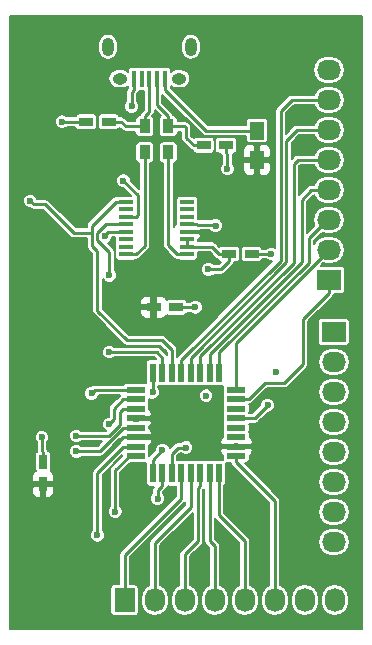
<source format=gbr>
G04 #@! TF.FileFunction,Copper,L1,Top,Signal*
%FSLAX46Y46*%
G04 Gerber Fmt 4.6, Leading zero omitted, Abs format (unit mm)*
G04 Created by KiCad (PCBNEW 4.0.4-stable) date Fri Nov 25 15:40:38 2016*
%MOMM*%
%LPD*%
G01*
G04 APERTURE LIST*
%ADD10C,0.100000*%
%ADD11R,1.200000X0.400000*%
%ADD12R,1.200000X0.750000*%
%ADD13R,0.750000X1.200000*%
%ADD14R,1.600000X0.550000*%
%ADD15R,0.550000X1.600000*%
%ADD16R,1.250000X1.500000*%
%ADD17R,0.400000X1.350000*%
%ADD18O,1.250000X0.950000*%
%ADD19O,1.000000X1.550000*%
%ADD20R,1.727200X2.032000*%
%ADD21O,1.727200X2.032000*%
%ADD22R,2.032000X1.727200*%
%ADD23O,2.032000X1.727200*%
%ADD24R,0.900000X1.200000*%
%ADD25C,0.600000*%
%ADD26C,0.250000*%
%ADD27C,0.150000*%
G04 APERTURE END LIST*
D10*
D11*
X159900000Y-93777500D03*
X159900000Y-94412500D03*
X159900000Y-95047500D03*
X159900000Y-95682500D03*
X159900000Y-96317500D03*
X159900000Y-96952500D03*
X159900000Y-97587500D03*
X159900000Y-98222500D03*
X165100000Y-98222500D03*
X165100000Y-97587500D03*
X165100000Y-96952500D03*
X165100000Y-96317500D03*
X165100000Y-95682500D03*
X165100000Y-95047500D03*
X165100000Y-94412500D03*
X165100000Y-93777500D03*
D12*
X162250000Y-102700000D03*
X164150000Y-102700000D03*
X158450000Y-87000000D03*
X156550000Y-87000000D03*
X166500000Y-89000000D03*
X168400000Y-89000000D03*
X168650000Y-98200000D03*
X170550000Y-98200000D03*
D13*
X152900000Y-117700000D03*
X152900000Y-115800000D03*
D14*
X160750000Y-109700000D03*
X160750000Y-110500000D03*
X160750000Y-111300000D03*
X160750000Y-112100000D03*
X160750000Y-112900000D03*
X160750000Y-113700000D03*
X160750000Y-114500000D03*
X160750000Y-115300000D03*
D15*
X162200000Y-116750000D03*
X163000000Y-116750000D03*
X163800000Y-116750000D03*
X164600000Y-116750000D03*
X165400000Y-116750000D03*
X166200000Y-116750000D03*
X167000000Y-116750000D03*
X167800000Y-116750000D03*
D14*
X169250000Y-115300000D03*
X169250000Y-114500000D03*
X169250000Y-113700000D03*
X169250000Y-112900000D03*
X169250000Y-112100000D03*
X169250000Y-111300000D03*
X169250000Y-110500000D03*
X169250000Y-109700000D03*
D15*
X167800000Y-108250000D03*
X167000000Y-108250000D03*
X166200000Y-108250000D03*
X165400000Y-108250000D03*
X164600000Y-108250000D03*
X163800000Y-108250000D03*
X163000000Y-108250000D03*
X162200000Y-108250000D03*
D16*
X171000000Y-90250000D03*
X171000000Y-87750000D03*
D17*
X163200900Y-83362540D03*
X162550900Y-83362540D03*
X161900900Y-83362540D03*
X161250900Y-83362540D03*
X160600900Y-83362540D03*
D18*
X164400900Y-83362540D03*
X159400900Y-83362540D03*
D19*
X165400900Y-80662540D03*
X158400900Y-80662540D03*
D20*
X159800000Y-127500000D03*
D21*
X162340000Y-127500000D03*
X164880000Y-127500000D03*
X167420000Y-127500000D03*
X169960000Y-127500000D03*
X172500000Y-127500000D03*
X175040000Y-127500000D03*
X177580000Y-127500000D03*
D22*
X177100000Y-100400000D03*
D23*
X177100000Y-97860000D03*
X177100000Y-95320000D03*
X177100000Y-92780000D03*
X177100000Y-90240000D03*
X177100000Y-87700000D03*
X177100000Y-85160000D03*
X177100000Y-82620000D03*
D22*
X177500000Y-104800000D03*
D23*
X177500000Y-107340000D03*
X177500000Y-109880000D03*
X177500000Y-112420000D03*
X177500000Y-114960000D03*
X177500000Y-117500000D03*
X177500000Y-120040000D03*
X177500000Y-122580000D03*
D24*
X163500000Y-89600000D03*
X163500000Y-87400000D03*
X161500000Y-89600000D03*
X161500000Y-87400000D03*
D25*
X166700000Y-110200000D03*
X172600000Y-108200000D03*
X160400000Y-85700000D03*
X152800000Y-113700000D03*
X171900000Y-111000000D03*
X155700000Y-114900000D03*
X155700000Y-113600000D03*
X165800000Y-102700000D03*
X172200000Y-98200000D03*
X158100000Y-96700000D03*
X167500000Y-95800000D03*
X168500000Y-91000000D03*
X154500000Y-87000000D03*
X166900000Y-99500000D03*
X159700000Y-92000000D03*
X157000000Y-110000000D03*
X158500000Y-112600000D03*
X157500000Y-122000000D03*
X159000000Y-120000000D03*
X163000000Y-114800000D03*
X162600000Y-118900000D03*
X165000000Y-114600000D03*
X151800000Y-93700000D03*
X158500000Y-106500000D03*
X158500000Y-100000000D03*
X162200000Y-109900000D03*
D26*
X155700000Y-117700000D02*
X153525000Y-117700000D01*
X160750000Y-113700000D02*
X159700000Y-113700000D01*
X159700000Y-113700000D02*
X155700000Y-117700000D01*
X153525000Y-117700000D02*
X152900000Y-117700000D01*
X165500000Y-112100000D02*
X166600000Y-111000000D01*
X166600000Y-111000000D02*
X166700000Y-111000000D01*
X160750000Y-112100000D02*
X165500000Y-112100000D01*
X162250000Y-102700000D02*
X162250000Y-100167500D01*
X162250000Y-100167500D02*
X162182500Y-100100000D01*
X160400000Y-84488440D02*
X160400000Y-85700000D01*
X160600900Y-83362540D02*
X160600900Y-84287540D01*
X160600900Y-84287540D02*
X160400000Y-84488440D01*
X152800000Y-114850000D02*
X152800000Y-113700000D01*
X152900000Y-115800000D02*
X152900000Y-114950000D01*
X152900000Y-114950000D02*
X152800000Y-114850000D01*
X170800000Y-112100000D02*
X171900000Y-111000000D01*
X169250000Y-112100000D02*
X170800000Y-112100000D01*
X157700000Y-114900000D02*
X155700000Y-114900000D01*
X160750000Y-112900000D02*
X159700000Y-112900000D01*
X159700000Y-112900000D02*
X157700000Y-114900000D01*
X158500000Y-113600000D02*
X155700000Y-113600000D01*
X159400000Y-112700000D02*
X158500000Y-113600000D01*
X159400000Y-111600000D02*
X159400000Y-112700000D01*
X160750000Y-111300000D02*
X159700000Y-111300000D01*
X159700000Y-111300000D02*
X159400000Y-111600000D01*
X164150000Y-102700000D02*
X165800000Y-102700000D01*
X170550000Y-98200000D02*
X172200000Y-98200000D01*
X158382500Y-96317500D02*
X158100000Y-96600000D01*
X158100000Y-96600000D02*
X158100000Y-96700000D01*
X159900000Y-96317500D02*
X158382500Y-96317500D01*
X165967500Y-95700000D02*
X167400000Y-95700000D01*
X167400000Y-95700000D02*
X167500000Y-95800000D01*
X165100000Y-95682500D02*
X165950000Y-95682500D01*
X165950000Y-95682500D02*
X165967500Y-95700000D01*
X168500000Y-89725000D02*
X168500000Y-91000000D01*
X168400000Y-89000000D02*
X168400000Y-89625000D01*
X168400000Y-89625000D02*
X168500000Y-89725000D01*
X156550000Y-87000000D02*
X154500000Y-87000000D01*
X159500000Y-87000000D02*
X159900000Y-87400000D01*
X159900000Y-87400000D02*
X161500000Y-87400000D01*
X158450000Y-87000000D02*
X159500000Y-87000000D01*
X161500000Y-87400000D02*
X161500000Y-86550000D01*
X161500000Y-86550000D02*
X161900900Y-86149100D01*
X161900900Y-86149100D02*
X161900900Y-84287540D01*
X161900900Y-84287540D02*
X161900900Y-83362540D01*
X167975000Y-99500000D02*
X166900000Y-99500000D01*
X168650000Y-98200000D02*
X168650000Y-98825000D01*
X168650000Y-98825000D02*
X167975000Y-99500000D01*
X165100000Y-97587500D02*
X165100000Y-96952500D01*
X167800000Y-98200000D02*
X167187500Y-97587500D01*
X167187500Y-97587500D02*
X165100000Y-97587500D01*
X168650000Y-98200000D02*
X167800000Y-98200000D01*
X160900000Y-93200000D02*
X159700000Y-92000000D01*
X160900000Y-94897500D02*
X160900000Y-93200000D01*
X159900000Y-95047500D02*
X160750000Y-95047500D01*
X160750000Y-95047500D02*
X160900000Y-94897500D01*
X165000000Y-87500000D02*
X164900000Y-87400000D01*
X164900000Y-87400000D02*
X163500000Y-87400000D01*
X165000000Y-88350000D02*
X165000000Y-87500000D01*
X166500000Y-89000000D02*
X165650000Y-89000000D01*
X165650000Y-89000000D02*
X165000000Y-88350000D01*
X163500000Y-87400000D02*
X163500000Y-86550000D01*
X163500000Y-86550000D02*
X162550900Y-85600900D01*
X162550900Y-85600900D02*
X162550900Y-84287540D01*
X162550900Y-84287540D02*
X162550900Y-83362540D01*
X157000000Y-110000000D02*
X157300000Y-109700000D01*
X157300000Y-109700000D02*
X160750000Y-109700000D01*
X158900000Y-112200000D02*
X158900000Y-111300000D01*
X158900000Y-111300000D02*
X159700000Y-110500000D01*
X159700000Y-110500000D02*
X160750000Y-110500000D01*
X158500000Y-112600000D02*
X158900000Y-112200000D01*
X157500000Y-116700000D02*
X159700000Y-114500000D01*
X159700000Y-114500000D02*
X160750000Y-114500000D01*
X157500000Y-122000000D02*
X157500000Y-116700000D01*
X159000000Y-120000000D02*
X159000000Y-116525000D01*
X159000000Y-116525000D02*
X160225000Y-115300000D01*
X160225000Y-115300000D02*
X160750000Y-115300000D01*
X162200000Y-115600000D02*
X163000000Y-114800000D01*
X162200000Y-116750000D02*
X162200000Y-115600000D01*
X162600000Y-118200000D02*
X162600000Y-118900000D01*
X163000000Y-116750000D02*
X163000000Y-117800000D01*
X163000000Y-117800000D02*
X162600000Y-118200000D01*
X164300000Y-114600000D02*
X163800000Y-115100000D01*
X163800000Y-115100000D02*
X163800000Y-116750000D01*
X165000000Y-114600000D02*
X164300000Y-114600000D01*
X164600000Y-116750000D02*
X164600000Y-118900000D01*
X164600000Y-118900000D02*
X159800000Y-123700000D01*
X159800000Y-123700000D02*
X159800000Y-127500000D01*
X165400000Y-119600000D02*
X162340000Y-122660000D01*
X162340000Y-122660000D02*
X162340000Y-127500000D01*
X165400000Y-116750000D02*
X165400000Y-119600000D01*
X166000000Y-122500000D02*
X164880000Y-123620000D01*
X164880000Y-123620000D02*
X164880000Y-127500000D01*
X166000000Y-118000000D02*
X166000000Y-122500000D01*
X166200000Y-116750000D02*
X166200000Y-117800000D01*
X166200000Y-117800000D02*
X166000000Y-118000000D01*
X167000000Y-122500000D02*
X167420000Y-122920000D01*
X167420000Y-122920000D02*
X167420000Y-127500000D01*
X167000000Y-116750000D02*
X167000000Y-122500000D01*
X167800000Y-120300000D02*
X169960000Y-122460000D01*
X169960000Y-122460000D02*
X169960000Y-127500000D01*
X167800000Y-116750000D02*
X167800000Y-120300000D01*
X169250000Y-115300000D02*
X169250000Y-115825000D01*
X169250000Y-115825000D02*
X172500000Y-119075000D01*
X172500000Y-119075000D02*
X172500000Y-126234000D01*
X172500000Y-126234000D02*
X172500000Y-127500000D01*
X174900000Y-107500000D02*
X174900000Y-103713600D01*
X177100000Y-101513600D02*
X177100000Y-100400000D01*
X174900000Y-103713600D02*
X177100000Y-101513600D01*
X173300000Y-109100000D02*
X174900000Y-107500000D01*
X171700000Y-109100000D02*
X173300000Y-109100000D01*
X169250000Y-110500000D02*
X170300000Y-110500000D01*
X170300000Y-110500000D02*
X171700000Y-109100000D01*
X175760000Y-99200000D02*
X177100000Y-97860000D01*
X169250000Y-105750000D02*
X175760000Y-99240000D01*
X175760000Y-99240000D02*
X175760000Y-99200000D01*
X169250000Y-109700000D02*
X169250000Y-105750000D01*
X175400000Y-96867600D02*
X176947600Y-95320000D01*
X176947600Y-95320000D02*
X177100000Y-95320000D01*
X175400000Y-98923590D02*
X175400000Y-96867600D01*
X167800000Y-106523589D02*
X175400000Y-98923590D01*
X167800000Y-108250000D02*
X167800000Y-106523589D01*
X175834000Y-92780000D02*
X177100000Y-92780000D01*
X175620000Y-92780000D02*
X175834000Y-92780000D01*
X174800000Y-98887179D02*
X174800000Y-93600000D01*
X167000000Y-106687179D02*
X174800000Y-98887179D01*
X174800000Y-93600000D02*
X175620000Y-92780000D01*
X167000000Y-108250000D02*
X167000000Y-106687179D01*
X174460000Y-90240000D02*
X175834000Y-90240000D01*
X175834000Y-90240000D02*
X177100000Y-90240000D01*
X174100000Y-90600000D02*
X174460000Y-90240000D01*
X174100000Y-98950768D02*
X174100000Y-90600000D01*
X166200000Y-108250000D02*
X166200000Y-106850767D01*
X166200000Y-106850767D02*
X174100000Y-98950768D01*
X165400000Y-108250000D02*
X165400000Y-107014356D01*
X175834000Y-87700000D02*
X177100000Y-87700000D01*
X174400000Y-87700000D02*
X175834000Y-87700000D01*
X173500000Y-88600000D02*
X174400000Y-87700000D01*
X173500000Y-98914356D02*
X173500000Y-88600000D01*
X165400000Y-107014356D02*
X173500000Y-98914356D01*
X175834000Y-85160000D02*
X177100000Y-85160000D01*
X173940000Y-85160000D02*
X175834000Y-85160000D01*
X173000000Y-86100000D02*
X173940000Y-85160000D01*
X173000000Y-98777945D02*
X173000000Y-86100000D01*
X164600000Y-107177945D02*
X173000000Y-98777945D01*
X164600000Y-108250000D02*
X164600000Y-107177945D01*
X157024987Y-95802513D02*
X157024987Y-96400000D01*
X157024987Y-96400000D02*
X157024987Y-97497808D01*
X153099999Y-93999999D02*
X155500000Y-96400000D01*
X155500000Y-96400000D02*
X157024987Y-96400000D01*
X151800000Y-93700000D02*
X152099999Y-93999999D01*
X152099999Y-93999999D02*
X153099999Y-93999999D01*
X160000000Y-105500000D02*
X163000000Y-105500000D01*
X163800000Y-106300000D02*
X163800000Y-107200000D01*
X163800000Y-107200000D02*
X163800000Y-108250000D01*
X157500000Y-97972821D02*
X157500000Y-103000000D01*
X157024987Y-97497808D02*
X157500000Y-97972821D01*
X159900000Y-93777500D02*
X159050000Y-93777500D01*
X163000000Y-105500000D02*
X163800000Y-106300000D01*
X159050000Y-93777500D02*
X157024987Y-95802513D01*
X157500000Y-103000000D02*
X160000000Y-105500000D01*
X158500000Y-98025004D02*
X158500000Y-99575736D01*
X158500000Y-99575736D02*
X158500000Y-100000000D01*
X158192496Y-95682500D02*
X157474998Y-96399998D01*
X159900000Y-95682500D02*
X158192496Y-95682500D01*
X157474998Y-97000002D02*
X158500000Y-98025004D01*
X157474998Y-96399998D02*
X157474998Y-97000002D01*
X162500000Y-106500000D02*
X163000000Y-107000000D01*
X163000000Y-107000000D02*
X163000000Y-108250000D01*
X158500000Y-106500000D02*
X162500000Y-106500000D01*
X162200000Y-109300000D02*
X162200000Y-109900000D01*
X162200000Y-108250000D02*
X162200000Y-109300000D01*
X163200900Y-83362540D02*
X163200900Y-84287540D01*
X163200900Y-84287540D02*
X166663360Y-87750000D01*
X166663360Y-87750000D02*
X171000000Y-87750000D01*
X163500000Y-89600000D02*
X163500000Y-97472500D01*
X163500000Y-97472500D02*
X164250000Y-98222500D01*
X164250000Y-98222500D02*
X165100000Y-98222500D01*
X161500000Y-97500000D02*
X160777500Y-98222500D01*
X160777500Y-98222500D02*
X159900000Y-98222500D01*
X161500000Y-89600000D02*
X161500000Y-97500000D01*
D27*
G36*
X179925000Y-129925000D02*
X150075000Y-129925000D01*
X150075000Y-118024750D01*
X151942000Y-118024750D01*
X151942000Y-118415966D01*
X152030756Y-118630243D01*
X152194757Y-118794244D01*
X152409034Y-118883000D01*
X152575250Y-118883000D01*
X152721000Y-118737250D01*
X152721000Y-117879000D01*
X153079000Y-117879000D01*
X153079000Y-118737250D01*
X153224750Y-118883000D01*
X153390966Y-118883000D01*
X153605243Y-118794244D01*
X153769244Y-118630243D01*
X153858000Y-118415966D01*
X153858000Y-118024750D01*
X153712250Y-117879000D01*
X153079000Y-117879000D01*
X152721000Y-117879000D01*
X152087750Y-117879000D01*
X151942000Y-118024750D01*
X150075000Y-118024750D01*
X150075000Y-116984034D01*
X151942000Y-116984034D01*
X151942000Y-117375250D01*
X152087750Y-117521000D01*
X152721000Y-117521000D01*
X152721000Y-117501000D01*
X153079000Y-117501000D01*
X153079000Y-117521000D01*
X153712250Y-117521000D01*
X153858000Y-117375250D01*
X153858000Y-116984034D01*
X153769244Y-116769757D01*
X153605243Y-116605756D01*
X153544852Y-116580741D01*
X153580260Y-116528920D01*
X153606367Y-116400000D01*
X153606367Y-115200000D01*
X153583705Y-115079562D01*
X153512526Y-114968947D01*
X153403920Y-114894740D01*
X153336284Y-114881043D01*
X153315746Y-114777792D01*
X153250000Y-114679397D01*
X153250000Y-114133897D01*
X153329540Y-114054496D01*
X153424891Y-113824866D01*
X153425108Y-113576225D01*
X153330158Y-113346429D01*
X153154496Y-113170460D01*
X152924866Y-113075109D01*
X152676225Y-113074892D01*
X152446429Y-113169842D01*
X152270460Y-113345504D01*
X152175109Y-113575134D01*
X152174892Y-113823775D01*
X152269842Y-114053571D01*
X152350000Y-114133869D01*
X152350000Y-114850000D01*
X152363473Y-114917735D01*
X152293947Y-114962474D01*
X152219740Y-115071080D01*
X152193633Y-115200000D01*
X152193633Y-116400000D01*
X152216295Y-116520438D01*
X152255110Y-116580757D01*
X152194757Y-116605756D01*
X152030756Y-116769757D01*
X151942000Y-116984034D01*
X150075000Y-116984034D01*
X150075000Y-93823775D01*
X151174892Y-93823775D01*
X151269842Y-94053571D01*
X151445504Y-94229540D01*
X151675134Y-94324891D01*
X151791972Y-94324993D01*
X151927792Y-94415746D01*
X152099999Y-94449999D01*
X152913603Y-94449999D01*
X155181802Y-96718198D01*
X155327792Y-96815746D01*
X155500000Y-96850000D01*
X156574987Y-96850000D01*
X156574987Y-97497808D01*
X156609241Y-97670016D01*
X156662685Y-97750000D01*
X156706789Y-97816006D01*
X157050000Y-98159217D01*
X157050000Y-103000000D01*
X157084254Y-103172208D01*
X157173687Y-103306053D01*
X157181802Y-103318198D01*
X159681802Y-105818198D01*
X159827792Y-105915746D01*
X160000000Y-105950000D01*
X162813604Y-105950000D01*
X163350000Y-106486396D01*
X163350000Y-106729397D01*
X163318198Y-106681802D01*
X162818198Y-106181802D01*
X162672208Y-106084254D01*
X162500000Y-106050000D01*
X158933897Y-106050000D01*
X158854496Y-105970460D01*
X158624866Y-105875109D01*
X158376225Y-105874892D01*
X158146429Y-105969842D01*
X157970460Y-106145504D01*
X157875109Y-106375134D01*
X157874892Y-106623775D01*
X157969842Y-106853571D01*
X158145504Y-107029540D01*
X158375134Y-107124891D01*
X158623775Y-107125108D01*
X158853571Y-107030158D01*
X158933869Y-106950000D01*
X162313604Y-106950000D01*
X162484075Y-107120471D01*
X162475000Y-107118633D01*
X161925000Y-107118633D01*
X161804562Y-107141295D01*
X161693947Y-107212474D01*
X161619740Y-107321080D01*
X161593633Y-107450000D01*
X161593633Y-109050000D01*
X161603897Y-109104547D01*
X161550000Y-109093633D01*
X159950000Y-109093633D01*
X159829562Y-109116295D01*
X159718947Y-109187474D01*
X159676225Y-109250000D01*
X157300000Y-109250000D01*
X157127792Y-109284254D01*
X156991992Y-109374993D01*
X156876225Y-109374892D01*
X156646429Y-109469842D01*
X156470460Y-109645504D01*
X156375109Y-109875134D01*
X156374892Y-110123775D01*
X156469842Y-110353571D01*
X156645504Y-110529540D01*
X156875134Y-110624891D01*
X157123775Y-110625108D01*
X157353571Y-110530158D01*
X157529540Y-110354496D01*
X157614454Y-110150000D01*
X159429397Y-110150000D01*
X159381802Y-110181802D01*
X158581802Y-110981802D01*
X158484254Y-111127792D01*
X158450000Y-111300000D01*
X158450000Y-111974956D01*
X158376225Y-111974892D01*
X158146429Y-112069842D01*
X157970460Y-112245504D01*
X157875109Y-112475134D01*
X157874892Y-112723775D01*
X157969842Y-112953571D01*
X158145504Y-113129540D01*
X158194777Y-113150000D01*
X156133897Y-113150000D01*
X156054496Y-113070460D01*
X155824866Y-112975109D01*
X155576225Y-112974892D01*
X155346429Y-113069842D01*
X155170460Y-113245504D01*
X155075109Y-113475134D01*
X155074892Y-113723775D01*
X155169842Y-113953571D01*
X155345504Y-114129540D01*
X155575134Y-114224891D01*
X155823775Y-114225108D01*
X156053571Y-114130158D01*
X156133869Y-114050000D01*
X157913604Y-114050000D01*
X157513604Y-114450000D01*
X156133897Y-114450000D01*
X156054496Y-114370460D01*
X155824866Y-114275109D01*
X155576225Y-114274892D01*
X155346429Y-114369842D01*
X155170460Y-114545504D01*
X155075109Y-114775134D01*
X155074892Y-115023775D01*
X155169842Y-115253571D01*
X155345504Y-115429540D01*
X155575134Y-115524891D01*
X155823775Y-115525108D01*
X156053571Y-115430158D01*
X156133869Y-115350000D01*
X157700000Y-115350000D01*
X157872208Y-115315746D01*
X158018198Y-115218198D01*
X159367000Y-113869396D01*
X159367000Y-113879002D01*
X159471248Y-113879002D01*
X159367000Y-113983250D01*
X159367000Y-114090966D01*
X159399678Y-114169858D01*
X159391819Y-114175109D01*
X159381802Y-114181802D01*
X157181802Y-116381802D01*
X157084254Y-116527792D01*
X157050000Y-116700000D01*
X157050000Y-121566103D01*
X156970460Y-121645504D01*
X156875109Y-121875134D01*
X156874892Y-122123775D01*
X156969842Y-122353571D01*
X157145504Y-122529540D01*
X157375134Y-122624891D01*
X157623775Y-122625108D01*
X157853571Y-122530158D01*
X158029540Y-122354496D01*
X158124891Y-122124866D01*
X158125108Y-121876225D01*
X158030158Y-121646429D01*
X157950000Y-121566131D01*
X157950000Y-116886396D01*
X159618633Y-115217763D01*
X159618633Y-115269971D01*
X158681802Y-116206802D01*
X158584254Y-116352792D01*
X158550000Y-116525000D01*
X158550000Y-119566103D01*
X158470460Y-119645504D01*
X158375109Y-119875134D01*
X158374892Y-120123775D01*
X158469842Y-120353571D01*
X158645504Y-120529540D01*
X158875134Y-120624891D01*
X159123775Y-120625108D01*
X159353571Y-120530158D01*
X159529540Y-120354496D01*
X159624891Y-120124866D01*
X159625108Y-119876225D01*
X159530158Y-119646429D01*
X159450000Y-119566131D01*
X159450000Y-116711396D01*
X160255029Y-115906367D01*
X161550000Y-115906367D01*
X161604547Y-115896103D01*
X161593633Y-115950000D01*
X161593633Y-117550000D01*
X161616295Y-117670438D01*
X161687474Y-117781053D01*
X161796080Y-117855260D01*
X161925000Y-117881367D01*
X162282237Y-117881367D01*
X162281802Y-117881802D01*
X162184254Y-118027792D01*
X162150000Y-118200000D01*
X162150000Y-118466103D01*
X162070460Y-118545504D01*
X161975109Y-118775134D01*
X161974892Y-119023775D01*
X162069842Y-119253571D01*
X162245504Y-119429540D01*
X162475134Y-119524891D01*
X162723775Y-119525108D01*
X162953571Y-119430158D01*
X163129540Y-119254496D01*
X163224891Y-119024866D01*
X163225108Y-118776225D01*
X163130158Y-118546429D01*
X163050000Y-118466131D01*
X163050000Y-118386396D01*
X163318198Y-118118198D01*
X163415746Y-117972208D01*
X163437346Y-117863617D01*
X163525000Y-117881367D01*
X164075000Y-117881367D01*
X164150000Y-117867255D01*
X164150000Y-118713604D01*
X159481802Y-123381802D01*
X159384254Y-123527792D01*
X159350000Y-123700000D01*
X159350000Y-126152633D01*
X158936400Y-126152633D01*
X158815962Y-126175295D01*
X158705347Y-126246474D01*
X158631140Y-126355080D01*
X158605033Y-126484000D01*
X158605033Y-128516000D01*
X158627695Y-128636438D01*
X158698874Y-128747053D01*
X158807480Y-128821260D01*
X158936400Y-128847367D01*
X160663600Y-128847367D01*
X160784038Y-128824705D01*
X160894653Y-128753526D01*
X160968860Y-128644920D01*
X160994967Y-128516000D01*
X160994967Y-126484000D01*
X160972305Y-126363562D01*
X160901126Y-126252947D01*
X160792520Y-126178740D01*
X160663600Y-126152633D01*
X160250000Y-126152633D01*
X160250000Y-123886396D01*
X164918198Y-119218198D01*
X164940879Y-119184253D01*
X164950000Y-119170603D01*
X164950000Y-119413604D01*
X162021802Y-122341802D01*
X161924254Y-122487792D01*
X161890000Y-122660000D01*
X161890000Y-126222239D01*
X161885142Y-126223205D01*
X161499533Y-126480861D01*
X161241877Y-126866470D01*
X161151400Y-127321328D01*
X161151400Y-127678672D01*
X161241877Y-128133530D01*
X161499533Y-128519139D01*
X161885142Y-128776795D01*
X162340000Y-128867272D01*
X162794858Y-128776795D01*
X163180467Y-128519139D01*
X163438123Y-128133530D01*
X163528600Y-127678672D01*
X163528600Y-127321328D01*
X163438123Y-126866470D01*
X163180467Y-126480861D01*
X162794858Y-126223205D01*
X162790000Y-126222239D01*
X162790000Y-122846396D01*
X165550000Y-120086396D01*
X165550000Y-122313604D01*
X164561802Y-123301802D01*
X164464254Y-123447792D01*
X164430000Y-123620000D01*
X164430000Y-126222239D01*
X164425142Y-126223205D01*
X164039533Y-126480861D01*
X163781877Y-126866470D01*
X163691400Y-127321328D01*
X163691400Y-127678672D01*
X163781877Y-128133530D01*
X164039533Y-128519139D01*
X164425142Y-128776795D01*
X164880000Y-128867272D01*
X165334858Y-128776795D01*
X165720467Y-128519139D01*
X165978123Y-128133530D01*
X166068600Y-127678672D01*
X166068600Y-127321328D01*
X165978123Y-126866470D01*
X165720467Y-126480861D01*
X165334858Y-126223205D01*
X165330000Y-126222239D01*
X165330000Y-123806396D01*
X166318198Y-122818198D01*
X166415746Y-122672208D01*
X166450000Y-122500000D01*
X166450000Y-118186396D01*
X166518198Y-118118198D01*
X166550000Y-118070603D01*
X166550000Y-122500000D01*
X166584254Y-122672208D01*
X166634758Y-122747792D01*
X166681802Y-122818198D01*
X166970000Y-123106396D01*
X166970000Y-126222239D01*
X166965142Y-126223205D01*
X166579533Y-126480861D01*
X166321877Y-126866470D01*
X166231400Y-127321328D01*
X166231400Y-127678672D01*
X166321877Y-128133530D01*
X166579533Y-128519139D01*
X166965142Y-128776795D01*
X167420000Y-128867272D01*
X167874858Y-128776795D01*
X168260467Y-128519139D01*
X168518123Y-128133530D01*
X168608600Y-127678672D01*
X168608600Y-127321328D01*
X168518123Y-126866470D01*
X168260467Y-126480861D01*
X167874858Y-126223205D01*
X167870000Y-126222239D01*
X167870000Y-122920000D01*
X167835746Y-122747792D01*
X167738198Y-122601802D01*
X167450000Y-122313604D01*
X167450000Y-120570603D01*
X167481802Y-120618198D01*
X169510000Y-122646396D01*
X169510000Y-126222239D01*
X169505142Y-126223205D01*
X169119533Y-126480861D01*
X168861877Y-126866470D01*
X168771400Y-127321328D01*
X168771400Y-127678672D01*
X168861877Y-128133530D01*
X169119533Y-128519139D01*
X169505142Y-128776795D01*
X169960000Y-128867272D01*
X170414858Y-128776795D01*
X170800467Y-128519139D01*
X171058123Y-128133530D01*
X171148600Y-127678672D01*
X171148600Y-127321328D01*
X171058123Y-126866470D01*
X170800467Y-126480861D01*
X170414858Y-126223205D01*
X170410000Y-126222239D01*
X170410000Y-122460000D01*
X170375746Y-122287792D01*
X170278198Y-122141802D01*
X168250000Y-120113604D01*
X168250000Y-117823595D01*
X168306053Y-117787526D01*
X168380260Y-117678920D01*
X168406367Y-117550000D01*
X168406367Y-115950000D01*
X168396103Y-115895453D01*
X168450000Y-115906367D01*
X168816185Y-115906367D01*
X168834254Y-115997208D01*
X168931802Y-116143198D01*
X172050000Y-119261396D01*
X172050000Y-126222239D01*
X172045142Y-126223205D01*
X171659533Y-126480861D01*
X171401877Y-126866470D01*
X171311400Y-127321328D01*
X171311400Y-127678672D01*
X171401877Y-128133530D01*
X171659533Y-128519139D01*
X172045142Y-128776795D01*
X172500000Y-128867272D01*
X172954858Y-128776795D01*
X173340467Y-128519139D01*
X173598123Y-128133530D01*
X173688600Y-127678672D01*
X173688600Y-127321328D01*
X173851400Y-127321328D01*
X173851400Y-127678672D01*
X173941877Y-128133530D01*
X174199533Y-128519139D01*
X174585142Y-128776795D01*
X175040000Y-128867272D01*
X175494858Y-128776795D01*
X175880467Y-128519139D01*
X176138123Y-128133530D01*
X176228600Y-127678672D01*
X176228600Y-127321328D01*
X176391400Y-127321328D01*
X176391400Y-127678672D01*
X176481877Y-128133530D01*
X176739533Y-128519139D01*
X177125142Y-128776795D01*
X177580000Y-128867272D01*
X178034858Y-128776795D01*
X178420467Y-128519139D01*
X178678123Y-128133530D01*
X178768600Y-127678672D01*
X178768600Y-127321328D01*
X178678123Y-126866470D01*
X178420467Y-126480861D01*
X178034858Y-126223205D01*
X177580000Y-126132728D01*
X177125142Y-126223205D01*
X176739533Y-126480861D01*
X176481877Y-126866470D01*
X176391400Y-127321328D01*
X176228600Y-127321328D01*
X176138123Y-126866470D01*
X175880467Y-126480861D01*
X175494858Y-126223205D01*
X175040000Y-126132728D01*
X174585142Y-126223205D01*
X174199533Y-126480861D01*
X173941877Y-126866470D01*
X173851400Y-127321328D01*
X173688600Y-127321328D01*
X173598123Y-126866470D01*
X173340467Y-126480861D01*
X172954858Y-126223205D01*
X172950000Y-126222239D01*
X172950000Y-122580000D01*
X176132728Y-122580000D01*
X176223205Y-123034858D01*
X176480861Y-123420467D01*
X176866470Y-123678123D01*
X177321328Y-123768600D01*
X177678672Y-123768600D01*
X178133530Y-123678123D01*
X178519139Y-123420467D01*
X178776795Y-123034858D01*
X178867272Y-122580000D01*
X178776795Y-122125142D01*
X178519139Y-121739533D01*
X178133530Y-121481877D01*
X177678672Y-121391400D01*
X177321328Y-121391400D01*
X176866470Y-121481877D01*
X176480861Y-121739533D01*
X176223205Y-122125142D01*
X176132728Y-122580000D01*
X172950000Y-122580000D01*
X172950000Y-120040000D01*
X176132728Y-120040000D01*
X176223205Y-120494858D01*
X176480861Y-120880467D01*
X176866470Y-121138123D01*
X177321328Y-121228600D01*
X177678672Y-121228600D01*
X178133530Y-121138123D01*
X178519139Y-120880467D01*
X178776795Y-120494858D01*
X178867272Y-120040000D01*
X178776795Y-119585142D01*
X178519139Y-119199533D01*
X178133530Y-118941877D01*
X177678672Y-118851400D01*
X177321328Y-118851400D01*
X176866470Y-118941877D01*
X176480861Y-119199533D01*
X176223205Y-119585142D01*
X176132728Y-120040000D01*
X172950000Y-120040000D01*
X172950000Y-119075000D01*
X172915746Y-118902792D01*
X172818198Y-118756802D01*
X171561396Y-117500000D01*
X176132728Y-117500000D01*
X176223205Y-117954858D01*
X176480861Y-118340467D01*
X176866470Y-118598123D01*
X177321328Y-118688600D01*
X177678672Y-118688600D01*
X178133530Y-118598123D01*
X178519139Y-118340467D01*
X178776795Y-117954858D01*
X178867272Y-117500000D01*
X178776795Y-117045142D01*
X178519139Y-116659533D01*
X178133530Y-116401877D01*
X177678672Y-116311400D01*
X177321328Y-116311400D01*
X176866470Y-116401877D01*
X176480861Y-116659533D01*
X176223205Y-117045142D01*
X176132728Y-117500000D01*
X171561396Y-117500000D01*
X169967763Y-115906367D01*
X170050000Y-115906367D01*
X170170438Y-115883705D01*
X170281053Y-115812526D01*
X170355260Y-115703920D01*
X170381367Y-115575000D01*
X170381367Y-115268120D01*
X170544244Y-115105243D01*
X170604405Y-114960000D01*
X176132728Y-114960000D01*
X176223205Y-115414858D01*
X176480861Y-115800467D01*
X176866470Y-116058123D01*
X177321328Y-116148600D01*
X177678672Y-116148600D01*
X178133530Y-116058123D01*
X178519139Y-115800467D01*
X178776795Y-115414858D01*
X178867272Y-114960000D01*
X178776795Y-114505142D01*
X178519139Y-114119533D01*
X178133530Y-113861877D01*
X177678672Y-113771400D01*
X177321328Y-113771400D01*
X176866470Y-113861877D01*
X176480861Y-114119533D01*
X176223205Y-114505142D01*
X176132728Y-114960000D01*
X170604405Y-114960000D01*
X170633000Y-114890966D01*
X170633000Y-114783250D01*
X170487250Y-114637500D01*
X169429000Y-114637500D01*
X169429000Y-114693633D01*
X169071000Y-114693633D01*
X169071000Y-114637500D01*
X168012750Y-114637500D01*
X167867000Y-114783250D01*
X167867000Y-114890966D01*
X167955756Y-115105243D01*
X168118633Y-115268120D01*
X168118633Y-115575000D01*
X168128897Y-115629547D01*
X168075000Y-115618633D01*
X167525000Y-115618633D01*
X167404562Y-115641295D01*
X167400336Y-115644014D01*
X167275000Y-115618633D01*
X166725000Y-115618633D01*
X166604562Y-115641295D01*
X166600336Y-115644014D01*
X166475000Y-115618633D01*
X165925000Y-115618633D01*
X165804562Y-115641295D01*
X165800336Y-115644014D01*
X165675000Y-115618633D01*
X165125000Y-115618633D01*
X165004562Y-115641295D01*
X165000336Y-115644014D01*
X164875000Y-115618633D01*
X164325000Y-115618633D01*
X164250000Y-115632745D01*
X164250000Y-115286396D01*
X164486396Y-115050000D01*
X164566103Y-115050000D01*
X164645504Y-115129540D01*
X164875134Y-115224891D01*
X165123775Y-115225108D01*
X165353571Y-115130158D01*
X165529540Y-114954496D01*
X165624891Y-114724866D01*
X165625108Y-114476225D01*
X165530158Y-114246429D01*
X165354496Y-114070460D01*
X165124866Y-113975109D01*
X164876225Y-113974892D01*
X164646429Y-114069842D01*
X164566131Y-114150000D01*
X164300000Y-114150000D01*
X164127792Y-114184254D01*
X163991819Y-114275109D01*
X163981802Y-114281802D01*
X163614077Y-114649527D01*
X163530158Y-114446429D01*
X163354496Y-114270460D01*
X163124866Y-114175109D01*
X162876225Y-114174892D01*
X162646429Y-114269842D01*
X162470460Y-114445504D01*
X162375109Y-114675134D01*
X162375010Y-114788594D01*
X161881802Y-115281802D01*
X161881367Y-115282453D01*
X161881367Y-115025000D01*
X161858705Y-114904562D01*
X161855986Y-114900336D01*
X161881367Y-114775000D01*
X161881367Y-114468120D01*
X162044244Y-114305243D01*
X162133000Y-114090966D01*
X162133000Y-113983250D01*
X161987250Y-113837500D01*
X160929000Y-113837500D01*
X160929000Y-113893633D01*
X160571000Y-113893633D01*
X160571000Y-113837500D01*
X160551000Y-113837500D01*
X160551000Y-113562500D01*
X160571000Y-113562500D01*
X160571000Y-113506367D01*
X160929000Y-113506367D01*
X160929000Y-113562500D01*
X161987250Y-113562500D01*
X162133000Y-113416750D01*
X162133000Y-113309034D01*
X162044244Y-113094757D01*
X161881367Y-112931880D01*
X161881367Y-112868120D01*
X162044244Y-112705243D01*
X162133000Y-112490966D01*
X162133000Y-112383250D01*
X161987250Y-112237500D01*
X160929000Y-112237500D01*
X160929000Y-112293633D01*
X160571000Y-112293633D01*
X160571000Y-112237500D01*
X160551000Y-112237500D01*
X160551000Y-111962500D01*
X160571000Y-111962500D01*
X160571000Y-111906367D01*
X160929000Y-111906367D01*
X160929000Y-111962500D01*
X161987250Y-111962500D01*
X162133000Y-111816750D01*
X162133000Y-111709034D01*
X162044244Y-111494757D01*
X161881367Y-111331880D01*
X161881367Y-111025000D01*
X161858705Y-110904562D01*
X161855986Y-110900336D01*
X161881367Y-110775000D01*
X161881367Y-110444432D01*
X162075134Y-110524891D01*
X162323775Y-110525108D01*
X162553571Y-110430158D01*
X162660139Y-110323775D01*
X166074892Y-110323775D01*
X166169842Y-110553571D01*
X166345504Y-110729540D01*
X166575134Y-110824891D01*
X166823775Y-110825108D01*
X167053571Y-110730158D01*
X167229540Y-110554496D01*
X167324891Y-110324866D01*
X167325108Y-110076225D01*
X167230158Y-109846429D01*
X167054496Y-109670460D01*
X166824866Y-109575109D01*
X166576225Y-109574892D01*
X166346429Y-109669842D01*
X166170460Y-109845504D01*
X166075109Y-110075134D01*
X166074892Y-110323775D01*
X162660139Y-110323775D01*
X162729540Y-110254496D01*
X162824891Y-110024866D01*
X162825108Y-109776225D01*
X162730158Y-109546429D01*
X162650000Y-109466131D01*
X162650000Y-109366179D01*
X162725000Y-109381367D01*
X163275000Y-109381367D01*
X163395438Y-109358705D01*
X163399664Y-109355986D01*
X163525000Y-109381367D01*
X164075000Y-109381367D01*
X164195438Y-109358705D01*
X164199664Y-109355986D01*
X164325000Y-109381367D01*
X164875000Y-109381367D01*
X164995438Y-109358705D01*
X164999664Y-109355986D01*
X165125000Y-109381367D01*
X165675000Y-109381367D01*
X165795438Y-109358705D01*
X165799664Y-109355986D01*
X165925000Y-109381367D01*
X166475000Y-109381367D01*
X166595438Y-109358705D01*
X166599664Y-109355986D01*
X166725000Y-109381367D01*
X167275000Y-109381367D01*
X167395438Y-109358705D01*
X167399664Y-109355986D01*
X167525000Y-109381367D01*
X168075000Y-109381367D01*
X168129547Y-109371103D01*
X168118633Y-109425000D01*
X168118633Y-109975000D01*
X168141295Y-110095438D01*
X168144014Y-110099664D01*
X168118633Y-110225000D01*
X168118633Y-110775000D01*
X168141295Y-110895438D01*
X168144014Y-110899664D01*
X168118633Y-111025000D01*
X168118633Y-111575000D01*
X168141295Y-111695438D01*
X168144014Y-111699664D01*
X168118633Y-111825000D01*
X168118633Y-112375000D01*
X168141295Y-112495438D01*
X168144014Y-112499664D01*
X168118633Y-112625000D01*
X168118633Y-113175000D01*
X168141295Y-113295438D01*
X168144014Y-113299664D01*
X168118633Y-113425000D01*
X168118633Y-113731880D01*
X167955756Y-113894757D01*
X167867000Y-114109034D01*
X167867000Y-114216750D01*
X168012750Y-114362500D01*
X169071000Y-114362500D01*
X169071000Y-114306367D01*
X169429000Y-114306367D01*
X169429000Y-114362500D01*
X170487250Y-114362500D01*
X170633000Y-114216750D01*
X170633000Y-114109034D01*
X170544244Y-113894757D01*
X170381367Y-113731880D01*
X170381367Y-113425000D01*
X170358705Y-113304562D01*
X170355986Y-113300336D01*
X170381367Y-113175000D01*
X170381367Y-112625000D01*
X170367255Y-112550000D01*
X170800000Y-112550000D01*
X170972208Y-112515746D01*
X171115501Y-112420000D01*
X176132728Y-112420000D01*
X176223205Y-112874858D01*
X176480861Y-113260467D01*
X176866470Y-113518123D01*
X177321328Y-113608600D01*
X177678672Y-113608600D01*
X178133530Y-113518123D01*
X178519139Y-113260467D01*
X178776795Y-112874858D01*
X178867272Y-112420000D01*
X178776795Y-111965142D01*
X178519139Y-111579533D01*
X178133530Y-111321877D01*
X177678672Y-111231400D01*
X177321328Y-111231400D01*
X176866470Y-111321877D01*
X176480861Y-111579533D01*
X176223205Y-111965142D01*
X176132728Y-112420000D01*
X171115501Y-112420000D01*
X171118198Y-112418198D01*
X171911386Y-111625010D01*
X172023775Y-111625108D01*
X172253571Y-111530158D01*
X172429540Y-111354496D01*
X172524891Y-111124866D01*
X172525108Y-110876225D01*
X172430158Y-110646429D01*
X172254496Y-110470460D01*
X172024866Y-110375109D01*
X171776225Y-110374892D01*
X171546429Y-110469842D01*
X171370460Y-110645504D01*
X171275109Y-110875134D01*
X171275010Y-110988594D01*
X170613604Y-111650000D01*
X170366179Y-111650000D01*
X170381367Y-111575000D01*
X170381367Y-111025000D01*
X170364828Y-110937105D01*
X170472208Y-110915746D01*
X170618198Y-110818198D01*
X171556396Y-109880000D01*
X176132728Y-109880000D01*
X176223205Y-110334858D01*
X176480861Y-110720467D01*
X176866470Y-110978123D01*
X177321328Y-111068600D01*
X177678672Y-111068600D01*
X178133530Y-110978123D01*
X178519139Y-110720467D01*
X178776795Y-110334858D01*
X178867272Y-109880000D01*
X178776795Y-109425142D01*
X178519139Y-109039533D01*
X178133530Y-108781877D01*
X177678672Y-108691400D01*
X177321328Y-108691400D01*
X176866470Y-108781877D01*
X176480861Y-109039533D01*
X176223205Y-109425142D01*
X176132728Y-109880000D01*
X171556396Y-109880000D01*
X171886396Y-109550000D01*
X173300000Y-109550000D01*
X173472208Y-109515746D01*
X173618198Y-109418198D01*
X175218198Y-107818198D01*
X175233793Y-107794858D01*
X175315746Y-107672208D01*
X175350000Y-107500000D01*
X175350000Y-107340000D01*
X176132728Y-107340000D01*
X176223205Y-107794858D01*
X176480861Y-108180467D01*
X176866470Y-108438123D01*
X177321328Y-108528600D01*
X177678672Y-108528600D01*
X178133530Y-108438123D01*
X178519139Y-108180467D01*
X178776795Y-107794858D01*
X178867272Y-107340000D01*
X178776795Y-106885142D01*
X178519139Y-106499533D01*
X178133530Y-106241877D01*
X177678672Y-106151400D01*
X177321328Y-106151400D01*
X176866470Y-106241877D01*
X176480861Y-106499533D01*
X176223205Y-106885142D01*
X176132728Y-107340000D01*
X175350000Y-107340000D01*
X175350000Y-103936400D01*
X176152633Y-103936400D01*
X176152633Y-105663600D01*
X176175295Y-105784038D01*
X176246474Y-105894653D01*
X176355080Y-105968860D01*
X176484000Y-105994967D01*
X178516000Y-105994967D01*
X178636438Y-105972305D01*
X178747053Y-105901126D01*
X178821260Y-105792520D01*
X178847367Y-105663600D01*
X178847367Y-103936400D01*
X178824705Y-103815962D01*
X178753526Y-103705347D01*
X178644920Y-103631140D01*
X178516000Y-103605033D01*
X176484000Y-103605033D01*
X176363562Y-103627695D01*
X176252947Y-103698874D01*
X176178740Y-103807480D01*
X176152633Y-103936400D01*
X175350000Y-103936400D01*
X175350000Y-103899996D01*
X177418198Y-101831798D01*
X177478199Y-101742000D01*
X177515746Y-101685808D01*
X177533815Y-101594967D01*
X178116000Y-101594967D01*
X178236438Y-101572305D01*
X178347053Y-101501126D01*
X178421260Y-101392520D01*
X178447367Y-101263600D01*
X178447367Y-99536400D01*
X178424705Y-99415962D01*
X178353526Y-99305347D01*
X178244920Y-99231140D01*
X178116000Y-99205033D01*
X176391363Y-99205033D01*
X176609769Y-98986627D01*
X176921328Y-99048600D01*
X177278672Y-99048600D01*
X177733530Y-98958123D01*
X178119139Y-98700467D01*
X178376795Y-98314858D01*
X178467272Y-97860000D01*
X178376795Y-97405142D01*
X178119139Y-97019533D01*
X177733530Y-96761877D01*
X177278672Y-96671400D01*
X176921328Y-96671400D01*
X176466470Y-96761877D01*
X176080861Y-97019533D01*
X175850000Y-97365040D01*
X175850000Y-97053996D01*
X176482654Y-96421342D01*
X176921328Y-96508600D01*
X177278672Y-96508600D01*
X177733530Y-96418123D01*
X178119139Y-96160467D01*
X178376795Y-95774858D01*
X178467272Y-95320000D01*
X178376795Y-94865142D01*
X178119139Y-94479533D01*
X177733530Y-94221877D01*
X177278672Y-94131400D01*
X176921328Y-94131400D01*
X176466470Y-94221877D01*
X176080861Y-94479533D01*
X175823205Y-94865142D01*
X175732728Y-95320000D01*
X175823205Y-95774858D01*
X175836479Y-95794725D01*
X175250000Y-96381204D01*
X175250000Y-93786396D01*
X175806396Y-93230000D01*
X175822239Y-93230000D01*
X175823205Y-93234858D01*
X176080861Y-93620467D01*
X176466470Y-93878123D01*
X176921328Y-93968600D01*
X177278672Y-93968600D01*
X177733530Y-93878123D01*
X178119139Y-93620467D01*
X178376795Y-93234858D01*
X178467272Y-92780000D01*
X178376795Y-92325142D01*
X178119139Y-91939533D01*
X177733530Y-91681877D01*
X177278672Y-91591400D01*
X176921328Y-91591400D01*
X176466470Y-91681877D01*
X176080861Y-91939533D01*
X175823205Y-92325142D01*
X175822239Y-92330000D01*
X175620000Y-92330000D01*
X175447792Y-92364254D01*
X175301802Y-92461802D01*
X174550000Y-93213604D01*
X174550000Y-90786396D01*
X174646396Y-90690000D01*
X175822239Y-90690000D01*
X175823205Y-90694858D01*
X176080861Y-91080467D01*
X176466470Y-91338123D01*
X176921328Y-91428600D01*
X177278672Y-91428600D01*
X177733530Y-91338123D01*
X178119139Y-91080467D01*
X178376795Y-90694858D01*
X178467272Y-90240000D01*
X178376795Y-89785142D01*
X178119139Y-89399533D01*
X177733530Y-89141877D01*
X177278672Y-89051400D01*
X176921328Y-89051400D01*
X176466470Y-89141877D01*
X176080861Y-89399533D01*
X175823205Y-89785142D01*
X175822239Y-89790000D01*
X174460000Y-89790000D01*
X174287792Y-89824254D01*
X174178611Y-89897207D01*
X174141802Y-89921802D01*
X173950000Y-90113604D01*
X173950000Y-88786396D01*
X174586396Y-88150000D01*
X175822239Y-88150000D01*
X175823205Y-88154858D01*
X176080861Y-88540467D01*
X176466470Y-88798123D01*
X176921328Y-88888600D01*
X177278672Y-88888600D01*
X177733530Y-88798123D01*
X178119139Y-88540467D01*
X178376795Y-88154858D01*
X178467272Y-87700000D01*
X178376795Y-87245142D01*
X178119139Y-86859533D01*
X177733530Y-86601877D01*
X177278672Y-86511400D01*
X176921328Y-86511400D01*
X176466470Y-86601877D01*
X176080861Y-86859533D01*
X175823205Y-87245142D01*
X175822239Y-87250000D01*
X174400000Y-87250000D01*
X174227792Y-87284254D01*
X174081802Y-87381802D01*
X173450000Y-88013604D01*
X173450000Y-86286396D01*
X174126396Y-85610000D01*
X175822239Y-85610000D01*
X175823205Y-85614858D01*
X176080861Y-86000467D01*
X176466470Y-86258123D01*
X176921328Y-86348600D01*
X177278672Y-86348600D01*
X177733530Y-86258123D01*
X178119139Y-86000467D01*
X178376795Y-85614858D01*
X178467272Y-85160000D01*
X178376795Y-84705142D01*
X178119139Y-84319533D01*
X177733530Y-84061877D01*
X177278672Y-83971400D01*
X176921328Y-83971400D01*
X176466470Y-84061877D01*
X176080861Y-84319533D01*
X175823205Y-84705142D01*
X175822239Y-84710000D01*
X173940000Y-84710000D01*
X173767792Y-84744254D01*
X173621802Y-84841802D01*
X172681802Y-85781802D01*
X172584254Y-85927792D01*
X172550000Y-86100000D01*
X172550000Y-97668593D01*
X172324866Y-97575109D01*
X172076225Y-97574892D01*
X171846429Y-97669842D01*
X171766131Y-97750000D01*
X171467255Y-97750000D01*
X171458705Y-97704562D01*
X171387526Y-97593947D01*
X171278920Y-97519740D01*
X171150000Y-97493633D01*
X169950000Y-97493633D01*
X169829562Y-97516295D01*
X169718947Y-97587474D01*
X169644740Y-97696080D01*
X169618633Y-97825000D01*
X169618633Y-98575000D01*
X169641295Y-98695438D01*
X169712474Y-98806053D01*
X169821080Y-98880260D01*
X169950000Y-98906367D01*
X171150000Y-98906367D01*
X171270438Y-98883705D01*
X171381053Y-98812526D01*
X171455260Y-98703920D01*
X171466179Y-98650000D01*
X171766103Y-98650000D01*
X171845504Y-98729540D01*
X172075134Y-98824891D01*
X172316447Y-98825102D01*
X164281802Y-106859747D01*
X164250000Y-106907342D01*
X164250000Y-106300000D01*
X164215746Y-106127792D01*
X164118198Y-105981802D01*
X163318198Y-105181802D01*
X163172208Y-105084254D01*
X163000000Y-105050000D01*
X160186396Y-105050000D01*
X158161146Y-103024750D01*
X161067000Y-103024750D01*
X161067000Y-103190966D01*
X161155756Y-103405243D01*
X161319757Y-103569244D01*
X161534034Y-103658000D01*
X161925250Y-103658000D01*
X162071000Y-103512250D01*
X162071000Y-102879000D01*
X161212750Y-102879000D01*
X161067000Y-103024750D01*
X158161146Y-103024750D01*
X157950000Y-102813604D01*
X157950000Y-102209034D01*
X161067000Y-102209034D01*
X161067000Y-102375250D01*
X161212750Y-102521000D01*
X162071000Y-102521000D01*
X162071000Y-101887750D01*
X162429000Y-101887750D01*
X162429000Y-102521000D01*
X162449000Y-102521000D01*
X162449000Y-102879000D01*
X162429000Y-102879000D01*
X162429000Y-103512250D01*
X162574750Y-103658000D01*
X162965966Y-103658000D01*
X163180243Y-103569244D01*
X163344244Y-103405243D01*
X163369259Y-103344852D01*
X163421080Y-103380260D01*
X163550000Y-103406367D01*
X164750000Y-103406367D01*
X164870438Y-103383705D01*
X164981053Y-103312526D01*
X165055260Y-103203920D01*
X165066179Y-103150000D01*
X165366103Y-103150000D01*
X165445504Y-103229540D01*
X165675134Y-103324891D01*
X165923775Y-103325108D01*
X166153571Y-103230158D01*
X166329540Y-103054496D01*
X166424891Y-102824866D01*
X166425108Y-102576225D01*
X166330158Y-102346429D01*
X166154496Y-102170460D01*
X165924866Y-102075109D01*
X165676225Y-102074892D01*
X165446429Y-102169842D01*
X165366131Y-102250000D01*
X165067255Y-102250000D01*
X165058705Y-102204562D01*
X164987526Y-102093947D01*
X164878920Y-102019740D01*
X164750000Y-101993633D01*
X163550000Y-101993633D01*
X163429562Y-102016295D01*
X163369243Y-102055110D01*
X163344244Y-101994757D01*
X163180243Y-101830756D01*
X162965966Y-101742000D01*
X162574750Y-101742000D01*
X162429000Y-101887750D01*
X162071000Y-101887750D01*
X161925250Y-101742000D01*
X161534034Y-101742000D01*
X161319757Y-101830756D01*
X161155756Y-101994757D01*
X161067000Y-102209034D01*
X157950000Y-102209034D01*
X157950000Y-100305550D01*
X157969842Y-100353571D01*
X158145504Y-100529540D01*
X158375134Y-100624891D01*
X158623775Y-100625108D01*
X158853571Y-100530158D01*
X159029540Y-100354496D01*
X159124891Y-100124866D01*
X159125108Y-99876225D01*
X159030158Y-99646429D01*
X158950000Y-99566131D01*
X158950000Y-98025004D01*
X158915746Y-97852796D01*
X158818198Y-97706806D01*
X158374303Y-97262911D01*
X158453571Y-97230158D01*
X158629540Y-97054496D01*
X158724891Y-96824866D01*
X158724941Y-96767500D01*
X158968633Y-96767500D01*
X158968633Y-97152500D01*
X158991295Y-97272938D01*
X158991704Y-97273573D01*
X158968633Y-97387500D01*
X158968633Y-97787500D01*
X158991295Y-97907938D01*
X158991704Y-97908573D01*
X158968633Y-98022500D01*
X158968633Y-98422500D01*
X158991295Y-98542938D01*
X159062474Y-98653553D01*
X159171080Y-98727760D01*
X159300000Y-98753867D01*
X160500000Y-98753867D01*
X160620438Y-98731205D01*
X160711668Y-98672500D01*
X160777500Y-98672500D01*
X160949708Y-98638246D01*
X161095698Y-98540698D01*
X161818198Y-97818198D01*
X161915746Y-97672208D01*
X161950000Y-97500000D01*
X161950000Y-90531367D01*
X162070438Y-90508705D01*
X162181053Y-90437526D01*
X162255260Y-90328920D01*
X162281367Y-90200000D01*
X162281367Y-89000000D01*
X162718633Y-89000000D01*
X162718633Y-90200000D01*
X162741295Y-90320438D01*
X162812474Y-90431053D01*
X162921080Y-90505260D01*
X163050000Y-90531367D01*
X163050000Y-97472500D01*
X163084254Y-97644708D01*
X163125747Y-97706806D01*
X163181802Y-97790698D01*
X163931802Y-98540698D01*
X164077792Y-98638246D01*
X164250000Y-98672500D01*
X164290204Y-98672500D01*
X164371080Y-98727760D01*
X164500000Y-98753867D01*
X165700000Y-98753867D01*
X165820438Y-98731205D01*
X165931053Y-98660026D01*
X166005260Y-98551420D01*
X166031367Y-98422500D01*
X166031367Y-98037500D01*
X167001104Y-98037500D01*
X167481802Y-98518198D01*
X167627792Y-98615746D01*
X167730130Y-98636102D01*
X167741295Y-98695438D01*
X167812474Y-98806053D01*
X167921080Y-98880260D01*
X167952069Y-98886535D01*
X167788604Y-99050000D01*
X167333897Y-99050000D01*
X167254496Y-98970460D01*
X167024866Y-98875109D01*
X166776225Y-98874892D01*
X166546429Y-98969842D01*
X166370460Y-99145504D01*
X166275109Y-99375134D01*
X166274892Y-99623775D01*
X166369842Y-99853571D01*
X166545504Y-100029540D01*
X166775134Y-100124891D01*
X167023775Y-100125108D01*
X167253571Y-100030158D01*
X167333869Y-99950000D01*
X167975000Y-99950000D01*
X168147208Y-99915746D01*
X168293198Y-99818198D01*
X168968198Y-99143198D01*
X169006040Y-99086564D01*
X169065746Y-98997208D01*
X169083815Y-98906367D01*
X169250000Y-98906367D01*
X169370438Y-98883705D01*
X169481053Y-98812526D01*
X169555260Y-98703920D01*
X169581367Y-98575000D01*
X169581367Y-97825000D01*
X169558705Y-97704562D01*
X169487526Y-97593947D01*
X169378920Y-97519740D01*
X169250000Y-97493633D01*
X168050000Y-97493633D01*
X167929562Y-97516295D01*
X167821942Y-97585546D01*
X167505698Y-97269302D01*
X167446190Y-97229540D01*
X167359708Y-97171754D01*
X167187500Y-97137500D01*
X166031367Y-97137500D01*
X166031367Y-97010620D01*
X166194244Y-96847743D01*
X166283000Y-96633466D01*
X166283000Y-96563250D01*
X166137250Y-96417500D01*
X165279000Y-96417500D01*
X165279000Y-96421133D01*
X164921000Y-96421133D01*
X164921000Y-96417500D01*
X164901000Y-96417500D01*
X164901000Y-96217500D01*
X164921000Y-96217500D01*
X164921000Y-96213867D01*
X165279000Y-96213867D01*
X165279000Y-96217500D01*
X166137250Y-96217500D01*
X166204750Y-96150000D01*
X166968366Y-96150000D01*
X166969842Y-96153571D01*
X167145504Y-96329540D01*
X167375134Y-96424891D01*
X167623775Y-96425108D01*
X167853571Y-96330158D01*
X168029540Y-96154496D01*
X168124891Y-95924866D01*
X168125108Y-95676225D01*
X168030158Y-95446429D01*
X167854496Y-95270460D01*
X167624866Y-95175109D01*
X167376225Y-95174892D01*
X167194450Y-95250000D01*
X166037979Y-95250000D01*
X166031136Y-95248639D01*
X166031367Y-95247500D01*
X166031367Y-94847500D01*
X166008705Y-94727062D01*
X166008296Y-94726427D01*
X166031367Y-94612500D01*
X166031367Y-94212500D01*
X166008705Y-94092062D01*
X166008296Y-94091427D01*
X166031367Y-93977500D01*
X166031367Y-93577500D01*
X166008705Y-93457062D01*
X165937526Y-93346447D01*
X165828920Y-93272240D01*
X165700000Y-93246133D01*
X164500000Y-93246133D01*
X164379562Y-93268795D01*
X164268947Y-93339974D01*
X164194740Y-93448580D01*
X164168633Y-93577500D01*
X164168633Y-93977500D01*
X164191295Y-94097938D01*
X164191704Y-94098573D01*
X164168633Y-94212500D01*
X164168633Y-94612500D01*
X164191295Y-94732938D01*
X164191704Y-94733573D01*
X164168633Y-94847500D01*
X164168633Y-95247500D01*
X164191295Y-95367938D01*
X164191704Y-95368573D01*
X164168633Y-95482500D01*
X164168633Y-95624380D01*
X164005756Y-95787257D01*
X163950000Y-95921865D01*
X163950000Y-90531367D01*
X164070438Y-90508705D01*
X164181053Y-90437526D01*
X164255260Y-90328920D01*
X164281367Y-90200000D01*
X164281367Y-89000000D01*
X164258705Y-88879562D01*
X164187526Y-88768947D01*
X164078920Y-88694740D01*
X163950000Y-88668633D01*
X163050000Y-88668633D01*
X162929562Y-88691295D01*
X162818947Y-88762474D01*
X162744740Y-88871080D01*
X162718633Y-89000000D01*
X162281367Y-89000000D01*
X162258705Y-88879562D01*
X162187526Y-88768947D01*
X162078920Y-88694740D01*
X161950000Y-88668633D01*
X161050000Y-88668633D01*
X160929562Y-88691295D01*
X160818947Y-88762474D01*
X160744740Y-88871080D01*
X160718633Y-89000000D01*
X160718633Y-90200000D01*
X160741295Y-90320438D01*
X160812474Y-90431053D01*
X160921080Y-90505260D01*
X161050000Y-90531367D01*
X161050000Y-92713604D01*
X160325010Y-91988614D01*
X160325108Y-91876225D01*
X160230158Y-91646429D01*
X160054496Y-91470460D01*
X159824866Y-91375109D01*
X159576225Y-91374892D01*
X159346429Y-91469842D01*
X159170460Y-91645504D01*
X159075109Y-91875134D01*
X159074892Y-92123775D01*
X159169842Y-92353571D01*
X159345504Y-92529540D01*
X159575134Y-92624891D01*
X159688594Y-92624990D01*
X160309737Y-93246133D01*
X159300000Y-93246133D01*
X159179562Y-93268795D01*
X159088332Y-93327500D01*
X159050000Y-93327500D01*
X158877792Y-93361754D01*
X158747849Y-93448580D01*
X158731802Y-93459302D01*
X156706789Y-95484315D01*
X156609241Y-95630305D01*
X156574987Y-95802513D01*
X156574987Y-95950000D01*
X155686396Y-95950000D01*
X153418197Y-93681801D01*
X153272207Y-93584253D01*
X153099999Y-93549999D01*
X152414272Y-93549999D01*
X152330158Y-93346429D01*
X152154496Y-93170460D01*
X151924866Y-93075109D01*
X151676225Y-93074892D01*
X151446429Y-93169842D01*
X151270460Y-93345504D01*
X151175109Y-93575134D01*
X151174892Y-93823775D01*
X150075000Y-93823775D01*
X150075000Y-87123775D01*
X153874892Y-87123775D01*
X153969842Y-87353571D01*
X154145504Y-87529540D01*
X154375134Y-87624891D01*
X154623775Y-87625108D01*
X154853571Y-87530158D01*
X154933869Y-87450000D01*
X155632745Y-87450000D01*
X155641295Y-87495438D01*
X155712474Y-87606053D01*
X155821080Y-87680260D01*
X155950000Y-87706367D01*
X157150000Y-87706367D01*
X157270438Y-87683705D01*
X157381053Y-87612526D01*
X157455260Y-87503920D01*
X157481367Y-87375000D01*
X157481367Y-86625000D01*
X157518633Y-86625000D01*
X157518633Y-87375000D01*
X157541295Y-87495438D01*
X157612474Y-87606053D01*
X157721080Y-87680260D01*
X157850000Y-87706367D01*
X159050000Y-87706367D01*
X159170438Y-87683705D01*
X159281053Y-87612526D01*
X159355260Y-87503920D01*
X159357325Y-87493721D01*
X159581802Y-87718198D01*
X159727792Y-87815746D01*
X159900000Y-87850000D01*
X160718633Y-87850000D01*
X160718633Y-88000000D01*
X160741295Y-88120438D01*
X160812474Y-88231053D01*
X160921080Y-88305260D01*
X161050000Y-88331367D01*
X161950000Y-88331367D01*
X162070438Y-88308705D01*
X162181053Y-88237526D01*
X162255260Y-88128920D01*
X162281367Y-88000000D01*
X162281367Y-86800000D01*
X162258705Y-86679562D01*
X162187526Y-86568947D01*
X162145894Y-86540502D01*
X162219098Y-86467298D01*
X162316646Y-86321308D01*
X162350900Y-86149100D01*
X162350900Y-86037296D01*
X162853709Y-86540105D01*
X162818947Y-86562474D01*
X162744740Y-86671080D01*
X162718633Y-86800000D01*
X162718633Y-88000000D01*
X162741295Y-88120438D01*
X162812474Y-88231053D01*
X162921080Y-88305260D01*
X163050000Y-88331367D01*
X163950000Y-88331367D01*
X164070438Y-88308705D01*
X164181053Y-88237526D01*
X164255260Y-88128920D01*
X164281367Y-88000000D01*
X164281367Y-87850000D01*
X164550000Y-87850000D01*
X164550000Y-88350000D01*
X164584254Y-88522208D01*
X164649890Y-88620438D01*
X164681802Y-88668198D01*
X165331802Y-89318198D01*
X165477792Y-89415746D01*
X165580130Y-89436102D01*
X165591295Y-89495438D01*
X165662474Y-89606053D01*
X165771080Y-89680260D01*
X165900000Y-89706367D01*
X167100000Y-89706367D01*
X167220438Y-89683705D01*
X167331053Y-89612526D01*
X167405260Y-89503920D01*
X167431367Y-89375000D01*
X167431367Y-88625000D01*
X167468633Y-88625000D01*
X167468633Y-89375000D01*
X167491295Y-89495438D01*
X167562474Y-89606053D01*
X167671080Y-89680260D01*
X167800000Y-89706367D01*
X167966185Y-89706367D01*
X167984254Y-89797208D01*
X168050000Y-89895603D01*
X168050000Y-90566103D01*
X167970460Y-90645504D01*
X167875109Y-90875134D01*
X167874892Y-91123775D01*
X167969842Y-91353571D01*
X168145504Y-91529540D01*
X168375134Y-91624891D01*
X168623775Y-91625108D01*
X168853571Y-91530158D01*
X169029540Y-91354496D01*
X169124891Y-91124866D01*
X169125108Y-90876225D01*
X169030158Y-90646429D01*
X168958604Y-90574750D01*
X169792000Y-90574750D01*
X169792000Y-91115966D01*
X169880756Y-91330243D01*
X170044757Y-91494244D01*
X170259034Y-91583000D01*
X170675250Y-91583000D01*
X170821000Y-91437250D01*
X170821000Y-90429000D01*
X171179000Y-90429000D01*
X171179000Y-91437250D01*
X171324750Y-91583000D01*
X171740966Y-91583000D01*
X171955243Y-91494244D01*
X172119244Y-91330243D01*
X172208000Y-91115966D01*
X172208000Y-90574750D01*
X172062250Y-90429000D01*
X171179000Y-90429000D01*
X170821000Y-90429000D01*
X169937750Y-90429000D01*
X169792000Y-90574750D01*
X168958604Y-90574750D01*
X168950000Y-90566131D01*
X168950000Y-89725000D01*
X168946294Y-89706367D01*
X169000000Y-89706367D01*
X169120438Y-89683705D01*
X169231053Y-89612526D01*
X169305260Y-89503920D01*
X169329537Y-89384034D01*
X169792000Y-89384034D01*
X169792000Y-89925250D01*
X169937750Y-90071000D01*
X170821000Y-90071000D01*
X170821000Y-89062750D01*
X171179000Y-89062750D01*
X171179000Y-90071000D01*
X172062250Y-90071000D01*
X172208000Y-89925250D01*
X172208000Y-89384034D01*
X172119244Y-89169757D01*
X171955243Y-89005756D01*
X171740966Y-88917000D01*
X171324750Y-88917000D01*
X171179000Y-89062750D01*
X170821000Y-89062750D01*
X170675250Y-88917000D01*
X170259034Y-88917000D01*
X170044757Y-89005756D01*
X169880756Y-89169757D01*
X169792000Y-89384034D01*
X169329537Y-89384034D01*
X169331367Y-89375000D01*
X169331367Y-88625000D01*
X169308705Y-88504562D01*
X169237526Y-88393947D01*
X169128920Y-88319740D01*
X169000000Y-88293633D01*
X167800000Y-88293633D01*
X167679562Y-88316295D01*
X167568947Y-88387474D01*
X167494740Y-88496080D01*
X167468633Y-88625000D01*
X167431367Y-88625000D01*
X167408705Y-88504562D01*
X167337526Y-88393947D01*
X167228920Y-88319740D01*
X167100000Y-88293633D01*
X165900000Y-88293633D01*
X165779562Y-88316295D01*
X165671942Y-88385546D01*
X165450000Y-88163604D01*
X165450000Y-87500000D01*
X165415746Y-87327792D01*
X165318198Y-87181802D01*
X165218198Y-87081802D01*
X165095773Y-87000000D01*
X165072208Y-86984254D01*
X164900000Y-86950000D01*
X164281367Y-86950000D01*
X164281367Y-86800000D01*
X164258705Y-86679562D01*
X164187526Y-86568947D01*
X164078920Y-86494740D01*
X163950000Y-86468633D01*
X163933815Y-86468633D01*
X163915746Y-86377792D01*
X163818198Y-86231802D01*
X163000900Y-85414504D01*
X163000900Y-84723936D01*
X166345162Y-88068198D01*
X166491152Y-88165746D01*
X166663360Y-88200000D01*
X170043633Y-88200000D01*
X170043633Y-88500000D01*
X170066295Y-88620438D01*
X170137474Y-88731053D01*
X170246080Y-88805260D01*
X170375000Y-88831367D01*
X171625000Y-88831367D01*
X171745438Y-88808705D01*
X171856053Y-88737526D01*
X171930260Y-88628920D01*
X171956367Y-88500000D01*
X171956367Y-87000000D01*
X171933705Y-86879562D01*
X171862526Y-86768947D01*
X171753920Y-86694740D01*
X171625000Y-86668633D01*
X170375000Y-86668633D01*
X170254562Y-86691295D01*
X170143947Y-86762474D01*
X170069740Y-86871080D01*
X170043633Y-87000000D01*
X170043633Y-87300000D01*
X166849756Y-87300000D01*
X163707853Y-84158097D01*
X163732267Y-84037540D01*
X163732267Y-83972101D01*
X163926141Y-84101644D01*
X164232288Y-84162540D01*
X164569512Y-84162540D01*
X164875659Y-84101644D01*
X165135197Y-83928225D01*
X165308616Y-83668687D01*
X165369512Y-83362540D01*
X165308616Y-83056393D01*
X165135197Y-82796855D01*
X164875659Y-82623436D01*
X164858385Y-82620000D01*
X175732728Y-82620000D01*
X175823205Y-83074858D01*
X176080861Y-83460467D01*
X176466470Y-83718123D01*
X176921328Y-83808600D01*
X177278672Y-83808600D01*
X177733530Y-83718123D01*
X178119139Y-83460467D01*
X178376795Y-83074858D01*
X178467272Y-82620000D01*
X178376795Y-82165142D01*
X178119139Y-81779533D01*
X177733530Y-81521877D01*
X177278672Y-81431400D01*
X176921328Y-81431400D01*
X176466470Y-81521877D01*
X176080861Y-81779533D01*
X175823205Y-82165142D01*
X175732728Y-82620000D01*
X164858385Y-82620000D01*
X164569512Y-82562540D01*
X164232288Y-82562540D01*
X163926141Y-82623436D01*
X163732267Y-82752979D01*
X163732267Y-82687540D01*
X163709605Y-82567102D01*
X163638426Y-82456487D01*
X163529820Y-82382280D01*
X163400900Y-82356173D01*
X163000900Y-82356173D01*
X162880462Y-82378835D01*
X162876236Y-82381554D01*
X162750900Y-82356173D01*
X162350900Y-82356173D01*
X162230462Y-82378835D01*
X162226236Y-82381554D01*
X162100900Y-82356173D01*
X161700900Y-82356173D01*
X161580462Y-82378835D01*
X161576236Y-82381554D01*
X161450900Y-82356173D01*
X161050900Y-82356173D01*
X160930462Y-82378835D01*
X160926236Y-82381554D01*
X160800900Y-82356173D01*
X160400900Y-82356173D01*
X160280462Y-82378835D01*
X160169847Y-82450014D01*
X160095640Y-82558620D01*
X160069533Y-82687540D01*
X160069533Y-82752979D01*
X159875659Y-82623436D01*
X159569512Y-82562540D01*
X159232288Y-82562540D01*
X158926141Y-82623436D01*
X158666603Y-82796855D01*
X158493184Y-83056393D01*
X158432288Y-83362540D01*
X158493184Y-83668687D01*
X158666603Y-83928225D01*
X158926141Y-84101644D01*
X159232288Y-84162540D01*
X159569512Y-84162540D01*
X159875659Y-84101644D01*
X160069533Y-83972101D01*
X160069533Y-84037540D01*
X160092195Y-84157978D01*
X160092928Y-84159116D01*
X160081802Y-84170242D01*
X159984254Y-84316232D01*
X159950000Y-84488440D01*
X159950000Y-85266103D01*
X159870460Y-85345504D01*
X159775109Y-85575134D01*
X159774892Y-85823775D01*
X159869842Y-86053571D01*
X160045504Y-86229540D01*
X160275134Y-86324891D01*
X160523775Y-86325108D01*
X160753571Y-86230158D01*
X160929540Y-86054496D01*
X161024891Y-85824866D01*
X161025108Y-85576225D01*
X160930158Y-85346429D01*
X160850000Y-85266131D01*
X160850000Y-84674836D01*
X160919098Y-84605738D01*
X161016647Y-84459747D01*
X161035342Y-84365756D01*
X161050900Y-84368907D01*
X161450900Y-84368907D01*
X161450900Y-85962704D01*
X161181802Y-86231802D01*
X161084254Y-86377792D01*
X161066185Y-86468633D01*
X161050000Y-86468633D01*
X160929562Y-86491295D01*
X160818947Y-86562474D01*
X160744740Y-86671080D01*
X160718633Y-86800000D01*
X160718633Y-86950000D01*
X160086396Y-86950000D01*
X159818198Y-86681802D01*
X159765259Y-86646429D01*
X159672208Y-86584254D01*
X159500000Y-86550000D01*
X159367255Y-86550000D01*
X159358705Y-86504562D01*
X159287526Y-86393947D01*
X159178920Y-86319740D01*
X159050000Y-86293633D01*
X157850000Y-86293633D01*
X157729562Y-86316295D01*
X157618947Y-86387474D01*
X157544740Y-86496080D01*
X157518633Y-86625000D01*
X157481367Y-86625000D01*
X157458705Y-86504562D01*
X157387526Y-86393947D01*
X157278920Y-86319740D01*
X157150000Y-86293633D01*
X155950000Y-86293633D01*
X155829562Y-86316295D01*
X155718947Y-86387474D01*
X155644740Y-86496080D01*
X155633821Y-86550000D01*
X154933897Y-86550000D01*
X154854496Y-86470460D01*
X154624866Y-86375109D01*
X154376225Y-86374892D01*
X154146429Y-86469842D01*
X153970460Y-86645504D01*
X153875109Y-86875134D01*
X153874892Y-87123775D01*
X150075000Y-87123775D01*
X150075000Y-80365990D01*
X157575900Y-80365990D01*
X157575900Y-80959090D01*
X157638699Y-81274804D01*
X157817537Y-81542453D01*
X158085186Y-81721291D01*
X158400900Y-81784090D01*
X158716614Y-81721291D01*
X158984263Y-81542453D01*
X159163101Y-81274804D01*
X159225900Y-80959090D01*
X159225900Y-80365990D01*
X164575900Y-80365990D01*
X164575900Y-80959090D01*
X164638699Y-81274804D01*
X164817537Y-81542453D01*
X165085186Y-81721291D01*
X165400900Y-81784090D01*
X165716614Y-81721291D01*
X165984263Y-81542453D01*
X166163101Y-81274804D01*
X166225900Y-80959090D01*
X166225900Y-80365990D01*
X166163101Y-80050276D01*
X165984263Y-79782627D01*
X165716614Y-79603789D01*
X165400900Y-79540990D01*
X165085186Y-79603789D01*
X164817537Y-79782627D01*
X164638699Y-80050276D01*
X164575900Y-80365990D01*
X159225900Y-80365990D01*
X159163101Y-80050276D01*
X158984263Y-79782627D01*
X158716614Y-79603789D01*
X158400900Y-79540990D01*
X158085186Y-79603789D01*
X157817537Y-79782627D01*
X157638699Y-80050276D01*
X157575900Y-80365990D01*
X150075000Y-80365990D01*
X150075000Y-78075000D01*
X179925000Y-78075000D01*
X179925000Y-129925000D01*
X179925000Y-129925000D01*
G37*
X179925000Y-129925000D02*
X150075000Y-129925000D01*
X150075000Y-118024750D01*
X151942000Y-118024750D01*
X151942000Y-118415966D01*
X152030756Y-118630243D01*
X152194757Y-118794244D01*
X152409034Y-118883000D01*
X152575250Y-118883000D01*
X152721000Y-118737250D01*
X152721000Y-117879000D01*
X153079000Y-117879000D01*
X153079000Y-118737250D01*
X153224750Y-118883000D01*
X153390966Y-118883000D01*
X153605243Y-118794244D01*
X153769244Y-118630243D01*
X153858000Y-118415966D01*
X153858000Y-118024750D01*
X153712250Y-117879000D01*
X153079000Y-117879000D01*
X152721000Y-117879000D01*
X152087750Y-117879000D01*
X151942000Y-118024750D01*
X150075000Y-118024750D01*
X150075000Y-116984034D01*
X151942000Y-116984034D01*
X151942000Y-117375250D01*
X152087750Y-117521000D01*
X152721000Y-117521000D01*
X152721000Y-117501000D01*
X153079000Y-117501000D01*
X153079000Y-117521000D01*
X153712250Y-117521000D01*
X153858000Y-117375250D01*
X153858000Y-116984034D01*
X153769244Y-116769757D01*
X153605243Y-116605756D01*
X153544852Y-116580741D01*
X153580260Y-116528920D01*
X153606367Y-116400000D01*
X153606367Y-115200000D01*
X153583705Y-115079562D01*
X153512526Y-114968947D01*
X153403920Y-114894740D01*
X153336284Y-114881043D01*
X153315746Y-114777792D01*
X153250000Y-114679397D01*
X153250000Y-114133897D01*
X153329540Y-114054496D01*
X153424891Y-113824866D01*
X153425108Y-113576225D01*
X153330158Y-113346429D01*
X153154496Y-113170460D01*
X152924866Y-113075109D01*
X152676225Y-113074892D01*
X152446429Y-113169842D01*
X152270460Y-113345504D01*
X152175109Y-113575134D01*
X152174892Y-113823775D01*
X152269842Y-114053571D01*
X152350000Y-114133869D01*
X152350000Y-114850000D01*
X152363473Y-114917735D01*
X152293947Y-114962474D01*
X152219740Y-115071080D01*
X152193633Y-115200000D01*
X152193633Y-116400000D01*
X152216295Y-116520438D01*
X152255110Y-116580757D01*
X152194757Y-116605756D01*
X152030756Y-116769757D01*
X151942000Y-116984034D01*
X150075000Y-116984034D01*
X150075000Y-93823775D01*
X151174892Y-93823775D01*
X151269842Y-94053571D01*
X151445504Y-94229540D01*
X151675134Y-94324891D01*
X151791972Y-94324993D01*
X151927792Y-94415746D01*
X152099999Y-94449999D01*
X152913603Y-94449999D01*
X155181802Y-96718198D01*
X155327792Y-96815746D01*
X155500000Y-96850000D01*
X156574987Y-96850000D01*
X156574987Y-97497808D01*
X156609241Y-97670016D01*
X156662685Y-97750000D01*
X156706789Y-97816006D01*
X157050000Y-98159217D01*
X157050000Y-103000000D01*
X157084254Y-103172208D01*
X157173687Y-103306053D01*
X157181802Y-103318198D01*
X159681802Y-105818198D01*
X159827792Y-105915746D01*
X160000000Y-105950000D01*
X162813604Y-105950000D01*
X163350000Y-106486396D01*
X163350000Y-106729397D01*
X163318198Y-106681802D01*
X162818198Y-106181802D01*
X162672208Y-106084254D01*
X162500000Y-106050000D01*
X158933897Y-106050000D01*
X158854496Y-105970460D01*
X158624866Y-105875109D01*
X158376225Y-105874892D01*
X158146429Y-105969842D01*
X157970460Y-106145504D01*
X157875109Y-106375134D01*
X157874892Y-106623775D01*
X157969842Y-106853571D01*
X158145504Y-107029540D01*
X158375134Y-107124891D01*
X158623775Y-107125108D01*
X158853571Y-107030158D01*
X158933869Y-106950000D01*
X162313604Y-106950000D01*
X162484075Y-107120471D01*
X162475000Y-107118633D01*
X161925000Y-107118633D01*
X161804562Y-107141295D01*
X161693947Y-107212474D01*
X161619740Y-107321080D01*
X161593633Y-107450000D01*
X161593633Y-109050000D01*
X161603897Y-109104547D01*
X161550000Y-109093633D01*
X159950000Y-109093633D01*
X159829562Y-109116295D01*
X159718947Y-109187474D01*
X159676225Y-109250000D01*
X157300000Y-109250000D01*
X157127792Y-109284254D01*
X156991992Y-109374993D01*
X156876225Y-109374892D01*
X156646429Y-109469842D01*
X156470460Y-109645504D01*
X156375109Y-109875134D01*
X156374892Y-110123775D01*
X156469842Y-110353571D01*
X156645504Y-110529540D01*
X156875134Y-110624891D01*
X157123775Y-110625108D01*
X157353571Y-110530158D01*
X157529540Y-110354496D01*
X157614454Y-110150000D01*
X159429397Y-110150000D01*
X159381802Y-110181802D01*
X158581802Y-110981802D01*
X158484254Y-111127792D01*
X158450000Y-111300000D01*
X158450000Y-111974956D01*
X158376225Y-111974892D01*
X158146429Y-112069842D01*
X157970460Y-112245504D01*
X157875109Y-112475134D01*
X157874892Y-112723775D01*
X157969842Y-112953571D01*
X158145504Y-113129540D01*
X158194777Y-113150000D01*
X156133897Y-113150000D01*
X156054496Y-113070460D01*
X155824866Y-112975109D01*
X155576225Y-112974892D01*
X155346429Y-113069842D01*
X155170460Y-113245504D01*
X155075109Y-113475134D01*
X155074892Y-113723775D01*
X155169842Y-113953571D01*
X155345504Y-114129540D01*
X155575134Y-114224891D01*
X155823775Y-114225108D01*
X156053571Y-114130158D01*
X156133869Y-114050000D01*
X157913604Y-114050000D01*
X157513604Y-114450000D01*
X156133897Y-114450000D01*
X156054496Y-114370460D01*
X155824866Y-114275109D01*
X155576225Y-114274892D01*
X155346429Y-114369842D01*
X155170460Y-114545504D01*
X155075109Y-114775134D01*
X155074892Y-115023775D01*
X155169842Y-115253571D01*
X155345504Y-115429540D01*
X155575134Y-115524891D01*
X155823775Y-115525108D01*
X156053571Y-115430158D01*
X156133869Y-115350000D01*
X157700000Y-115350000D01*
X157872208Y-115315746D01*
X158018198Y-115218198D01*
X159367000Y-113869396D01*
X159367000Y-113879002D01*
X159471248Y-113879002D01*
X159367000Y-113983250D01*
X159367000Y-114090966D01*
X159399678Y-114169858D01*
X159391819Y-114175109D01*
X159381802Y-114181802D01*
X157181802Y-116381802D01*
X157084254Y-116527792D01*
X157050000Y-116700000D01*
X157050000Y-121566103D01*
X156970460Y-121645504D01*
X156875109Y-121875134D01*
X156874892Y-122123775D01*
X156969842Y-122353571D01*
X157145504Y-122529540D01*
X157375134Y-122624891D01*
X157623775Y-122625108D01*
X157853571Y-122530158D01*
X158029540Y-122354496D01*
X158124891Y-122124866D01*
X158125108Y-121876225D01*
X158030158Y-121646429D01*
X157950000Y-121566131D01*
X157950000Y-116886396D01*
X159618633Y-115217763D01*
X159618633Y-115269971D01*
X158681802Y-116206802D01*
X158584254Y-116352792D01*
X158550000Y-116525000D01*
X158550000Y-119566103D01*
X158470460Y-119645504D01*
X158375109Y-119875134D01*
X158374892Y-120123775D01*
X158469842Y-120353571D01*
X158645504Y-120529540D01*
X158875134Y-120624891D01*
X159123775Y-120625108D01*
X159353571Y-120530158D01*
X159529540Y-120354496D01*
X159624891Y-120124866D01*
X159625108Y-119876225D01*
X159530158Y-119646429D01*
X159450000Y-119566131D01*
X159450000Y-116711396D01*
X160255029Y-115906367D01*
X161550000Y-115906367D01*
X161604547Y-115896103D01*
X161593633Y-115950000D01*
X161593633Y-117550000D01*
X161616295Y-117670438D01*
X161687474Y-117781053D01*
X161796080Y-117855260D01*
X161925000Y-117881367D01*
X162282237Y-117881367D01*
X162281802Y-117881802D01*
X162184254Y-118027792D01*
X162150000Y-118200000D01*
X162150000Y-118466103D01*
X162070460Y-118545504D01*
X161975109Y-118775134D01*
X161974892Y-119023775D01*
X162069842Y-119253571D01*
X162245504Y-119429540D01*
X162475134Y-119524891D01*
X162723775Y-119525108D01*
X162953571Y-119430158D01*
X163129540Y-119254496D01*
X163224891Y-119024866D01*
X163225108Y-118776225D01*
X163130158Y-118546429D01*
X163050000Y-118466131D01*
X163050000Y-118386396D01*
X163318198Y-118118198D01*
X163415746Y-117972208D01*
X163437346Y-117863617D01*
X163525000Y-117881367D01*
X164075000Y-117881367D01*
X164150000Y-117867255D01*
X164150000Y-118713604D01*
X159481802Y-123381802D01*
X159384254Y-123527792D01*
X159350000Y-123700000D01*
X159350000Y-126152633D01*
X158936400Y-126152633D01*
X158815962Y-126175295D01*
X158705347Y-126246474D01*
X158631140Y-126355080D01*
X158605033Y-126484000D01*
X158605033Y-128516000D01*
X158627695Y-128636438D01*
X158698874Y-128747053D01*
X158807480Y-128821260D01*
X158936400Y-128847367D01*
X160663600Y-128847367D01*
X160784038Y-128824705D01*
X160894653Y-128753526D01*
X160968860Y-128644920D01*
X160994967Y-128516000D01*
X160994967Y-126484000D01*
X160972305Y-126363562D01*
X160901126Y-126252947D01*
X160792520Y-126178740D01*
X160663600Y-126152633D01*
X160250000Y-126152633D01*
X160250000Y-123886396D01*
X164918198Y-119218198D01*
X164940879Y-119184253D01*
X164950000Y-119170603D01*
X164950000Y-119413604D01*
X162021802Y-122341802D01*
X161924254Y-122487792D01*
X161890000Y-122660000D01*
X161890000Y-126222239D01*
X161885142Y-126223205D01*
X161499533Y-126480861D01*
X161241877Y-126866470D01*
X161151400Y-127321328D01*
X161151400Y-127678672D01*
X161241877Y-128133530D01*
X161499533Y-128519139D01*
X161885142Y-128776795D01*
X162340000Y-128867272D01*
X162794858Y-128776795D01*
X163180467Y-128519139D01*
X163438123Y-128133530D01*
X163528600Y-127678672D01*
X163528600Y-127321328D01*
X163438123Y-126866470D01*
X163180467Y-126480861D01*
X162794858Y-126223205D01*
X162790000Y-126222239D01*
X162790000Y-122846396D01*
X165550000Y-120086396D01*
X165550000Y-122313604D01*
X164561802Y-123301802D01*
X164464254Y-123447792D01*
X164430000Y-123620000D01*
X164430000Y-126222239D01*
X164425142Y-126223205D01*
X164039533Y-126480861D01*
X163781877Y-126866470D01*
X163691400Y-127321328D01*
X163691400Y-127678672D01*
X163781877Y-128133530D01*
X164039533Y-128519139D01*
X164425142Y-128776795D01*
X164880000Y-128867272D01*
X165334858Y-128776795D01*
X165720467Y-128519139D01*
X165978123Y-128133530D01*
X166068600Y-127678672D01*
X166068600Y-127321328D01*
X165978123Y-126866470D01*
X165720467Y-126480861D01*
X165334858Y-126223205D01*
X165330000Y-126222239D01*
X165330000Y-123806396D01*
X166318198Y-122818198D01*
X166415746Y-122672208D01*
X166450000Y-122500000D01*
X166450000Y-118186396D01*
X166518198Y-118118198D01*
X166550000Y-118070603D01*
X166550000Y-122500000D01*
X166584254Y-122672208D01*
X166634758Y-122747792D01*
X166681802Y-122818198D01*
X166970000Y-123106396D01*
X166970000Y-126222239D01*
X166965142Y-126223205D01*
X166579533Y-126480861D01*
X166321877Y-126866470D01*
X166231400Y-127321328D01*
X166231400Y-127678672D01*
X166321877Y-128133530D01*
X166579533Y-128519139D01*
X166965142Y-128776795D01*
X167420000Y-128867272D01*
X167874858Y-128776795D01*
X168260467Y-128519139D01*
X168518123Y-128133530D01*
X168608600Y-127678672D01*
X168608600Y-127321328D01*
X168518123Y-126866470D01*
X168260467Y-126480861D01*
X167874858Y-126223205D01*
X167870000Y-126222239D01*
X167870000Y-122920000D01*
X167835746Y-122747792D01*
X167738198Y-122601802D01*
X167450000Y-122313604D01*
X167450000Y-120570603D01*
X167481802Y-120618198D01*
X169510000Y-122646396D01*
X169510000Y-126222239D01*
X169505142Y-126223205D01*
X169119533Y-126480861D01*
X168861877Y-126866470D01*
X168771400Y-127321328D01*
X168771400Y-127678672D01*
X168861877Y-128133530D01*
X169119533Y-128519139D01*
X169505142Y-128776795D01*
X169960000Y-128867272D01*
X170414858Y-128776795D01*
X170800467Y-128519139D01*
X171058123Y-128133530D01*
X171148600Y-127678672D01*
X171148600Y-127321328D01*
X171058123Y-126866470D01*
X170800467Y-126480861D01*
X170414858Y-126223205D01*
X170410000Y-126222239D01*
X170410000Y-122460000D01*
X170375746Y-122287792D01*
X170278198Y-122141802D01*
X168250000Y-120113604D01*
X168250000Y-117823595D01*
X168306053Y-117787526D01*
X168380260Y-117678920D01*
X168406367Y-117550000D01*
X168406367Y-115950000D01*
X168396103Y-115895453D01*
X168450000Y-115906367D01*
X168816185Y-115906367D01*
X168834254Y-115997208D01*
X168931802Y-116143198D01*
X172050000Y-119261396D01*
X172050000Y-126222239D01*
X172045142Y-126223205D01*
X171659533Y-126480861D01*
X171401877Y-126866470D01*
X171311400Y-127321328D01*
X171311400Y-127678672D01*
X171401877Y-128133530D01*
X171659533Y-128519139D01*
X172045142Y-128776795D01*
X172500000Y-128867272D01*
X172954858Y-128776795D01*
X173340467Y-128519139D01*
X173598123Y-128133530D01*
X173688600Y-127678672D01*
X173688600Y-127321328D01*
X173851400Y-127321328D01*
X173851400Y-127678672D01*
X173941877Y-128133530D01*
X174199533Y-128519139D01*
X174585142Y-128776795D01*
X175040000Y-128867272D01*
X175494858Y-128776795D01*
X175880467Y-128519139D01*
X176138123Y-128133530D01*
X176228600Y-127678672D01*
X176228600Y-127321328D01*
X176391400Y-127321328D01*
X176391400Y-127678672D01*
X176481877Y-128133530D01*
X176739533Y-128519139D01*
X177125142Y-128776795D01*
X177580000Y-128867272D01*
X178034858Y-128776795D01*
X178420467Y-128519139D01*
X178678123Y-128133530D01*
X178768600Y-127678672D01*
X178768600Y-127321328D01*
X178678123Y-126866470D01*
X178420467Y-126480861D01*
X178034858Y-126223205D01*
X177580000Y-126132728D01*
X177125142Y-126223205D01*
X176739533Y-126480861D01*
X176481877Y-126866470D01*
X176391400Y-127321328D01*
X176228600Y-127321328D01*
X176138123Y-126866470D01*
X175880467Y-126480861D01*
X175494858Y-126223205D01*
X175040000Y-126132728D01*
X174585142Y-126223205D01*
X174199533Y-126480861D01*
X173941877Y-126866470D01*
X173851400Y-127321328D01*
X173688600Y-127321328D01*
X173598123Y-126866470D01*
X173340467Y-126480861D01*
X172954858Y-126223205D01*
X172950000Y-126222239D01*
X172950000Y-122580000D01*
X176132728Y-122580000D01*
X176223205Y-123034858D01*
X176480861Y-123420467D01*
X176866470Y-123678123D01*
X177321328Y-123768600D01*
X177678672Y-123768600D01*
X178133530Y-123678123D01*
X178519139Y-123420467D01*
X178776795Y-123034858D01*
X178867272Y-122580000D01*
X178776795Y-122125142D01*
X178519139Y-121739533D01*
X178133530Y-121481877D01*
X177678672Y-121391400D01*
X177321328Y-121391400D01*
X176866470Y-121481877D01*
X176480861Y-121739533D01*
X176223205Y-122125142D01*
X176132728Y-122580000D01*
X172950000Y-122580000D01*
X172950000Y-120040000D01*
X176132728Y-120040000D01*
X176223205Y-120494858D01*
X176480861Y-120880467D01*
X176866470Y-121138123D01*
X177321328Y-121228600D01*
X177678672Y-121228600D01*
X178133530Y-121138123D01*
X178519139Y-120880467D01*
X178776795Y-120494858D01*
X178867272Y-120040000D01*
X178776795Y-119585142D01*
X178519139Y-119199533D01*
X178133530Y-118941877D01*
X177678672Y-118851400D01*
X177321328Y-118851400D01*
X176866470Y-118941877D01*
X176480861Y-119199533D01*
X176223205Y-119585142D01*
X176132728Y-120040000D01*
X172950000Y-120040000D01*
X172950000Y-119075000D01*
X172915746Y-118902792D01*
X172818198Y-118756802D01*
X171561396Y-117500000D01*
X176132728Y-117500000D01*
X176223205Y-117954858D01*
X176480861Y-118340467D01*
X176866470Y-118598123D01*
X177321328Y-118688600D01*
X177678672Y-118688600D01*
X178133530Y-118598123D01*
X178519139Y-118340467D01*
X178776795Y-117954858D01*
X178867272Y-117500000D01*
X178776795Y-117045142D01*
X178519139Y-116659533D01*
X178133530Y-116401877D01*
X177678672Y-116311400D01*
X177321328Y-116311400D01*
X176866470Y-116401877D01*
X176480861Y-116659533D01*
X176223205Y-117045142D01*
X176132728Y-117500000D01*
X171561396Y-117500000D01*
X169967763Y-115906367D01*
X170050000Y-115906367D01*
X170170438Y-115883705D01*
X170281053Y-115812526D01*
X170355260Y-115703920D01*
X170381367Y-115575000D01*
X170381367Y-115268120D01*
X170544244Y-115105243D01*
X170604405Y-114960000D01*
X176132728Y-114960000D01*
X176223205Y-115414858D01*
X176480861Y-115800467D01*
X176866470Y-116058123D01*
X177321328Y-116148600D01*
X177678672Y-116148600D01*
X178133530Y-116058123D01*
X178519139Y-115800467D01*
X178776795Y-115414858D01*
X178867272Y-114960000D01*
X178776795Y-114505142D01*
X178519139Y-114119533D01*
X178133530Y-113861877D01*
X177678672Y-113771400D01*
X177321328Y-113771400D01*
X176866470Y-113861877D01*
X176480861Y-114119533D01*
X176223205Y-114505142D01*
X176132728Y-114960000D01*
X170604405Y-114960000D01*
X170633000Y-114890966D01*
X170633000Y-114783250D01*
X170487250Y-114637500D01*
X169429000Y-114637500D01*
X169429000Y-114693633D01*
X169071000Y-114693633D01*
X169071000Y-114637500D01*
X168012750Y-114637500D01*
X167867000Y-114783250D01*
X167867000Y-114890966D01*
X167955756Y-115105243D01*
X168118633Y-115268120D01*
X168118633Y-115575000D01*
X168128897Y-115629547D01*
X168075000Y-115618633D01*
X167525000Y-115618633D01*
X167404562Y-115641295D01*
X167400336Y-115644014D01*
X167275000Y-115618633D01*
X166725000Y-115618633D01*
X166604562Y-115641295D01*
X166600336Y-115644014D01*
X166475000Y-115618633D01*
X165925000Y-115618633D01*
X165804562Y-115641295D01*
X165800336Y-115644014D01*
X165675000Y-115618633D01*
X165125000Y-115618633D01*
X165004562Y-115641295D01*
X165000336Y-115644014D01*
X164875000Y-115618633D01*
X164325000Y-115618633D01*
X164250000Y-115632745D01*
X164250000Y-115286396D01*
X164486396Y-115050000D01*
X164566103Y-115050000D01*
X164645504Y-115129540D01*
X164875134Y-115224891D01*
X165123775Y-115225108D01*
X165353571Y-115130158D01*
X165529540Y-114954496D01*
X165624891Y-114724866D01*
X165625108Y-114476225D01*
X165530158Y-114246429D01*
X165354496Y-114070460D01*
X165124866Y-113975109D01*
X164876225Y-113974892D01*
X164646429Y-114069842D01*
X164566131Y-114150000D01*
X164300000Y-114150000D01*
X164127792Y-114184254D01*
X163991819Y-114275109D01*
X163981802Y-114281802D01*
X163614077Y-114649527D01*
X163530158Y-114446429D01*
X163354496Y-114270460D01*
X163124866Y-114175109D01*
X162876225Y-114174892D01*
X162646429Y-114269842D01*
X162470460Y-114445504D01*
X162375109Y-114675134D01*
X162375010Y-114788594D01*
X161881802Y-115281802D01*
X161881367Y-115282453D01*
X161881367Y-115025000D01*
X161858705Y-114904562D01*
X161855986Y-114900336D01*
X161881367Y-114775000D01*
X161881367Y-114468120D01*
X162044244Y-114305243D01*
X162133000Y-114090966D01*
X162133000Y-113983250D01*
X161987250Y-113837500D01*
X160929000Y-113837500D01*
X160929000Y-113893633D01*
X160571000Y-113893633D01*
X160571000Y-113837500D01*
X160551000Y-113837500D01*
X160551000Y-113562500D01*
X160571000Y-113562500D01*
X160571000Y-113506367D01*
X160929000Y-113506367D01*
X160929000Y-113562500D01*
X161987250Y-113562500D01*
X162133000Y-113416750D01*
X162133000Y-113309034D01*
X162044244Y-113094757D01*
X161881367Y-112931880D01*
X161881367Y-112868120D01*
X162044244Y-112705243D01*
X162133000Y-112490966D01*
X162133000Y-112383250D01*
X161987250Y-112237500D01*
X160929000Y-112237500D01*
X160929000Y-112293633D01*
X160571000Y-112293633D01*
X160571000Y-112237500D01*
X160551000Y-112237500D01*
X160551000Y-111962500D01*
X160571000Y-111962500D01*
X160571000Y-111906367D01*
X160929000Y-111906367D01*
X160929000Y-111962500D01*
X161987250Y-111962500D01*
X162133000Y-111816750D01*
X162133000Y-111709034D01*
X162044244Y-111494757D01*
X161881367Y-111331880D01*
X161881367Y-111025000D01*
X161858705Y-110904562D01*
X161855986Y-110900336D01*
X161881367Y-110775000D01*
X161881367Y-110444432D01*
X162075134Y-110524891D01*
X162323775Y-110525108D01*
X162553571Y-110430158D01*
X162660139Y-110323775D01*
X166074892Y-110323775D01*
X166169842Y-110553571D01*
X166345504Y-110729540D01*
X166575134Y-110824891D01*
X166823775Y-110825108D01*
X167053571Y-110730158D01*
X167229540Y-110554496D01*
X167324891Y-110324866D01*
X167325108Y-110076225D01*
X167230158Y-109846429D01*
X167054496Y-109670460D01*
X166824866Y-109575109D01*
X166576225Y-109574892D01*
X166346429Y-109669842D01*
X166170460Y-109845504D01*
X166075109Y-110075134D01*
X166074892Y-110323775D01*
X162660139Y-110323775D01*
X162729540Y-110254496D01*
X162824891Y-110024866D01*
X162825108Y-109776225D01*
X162730158Y-109546429D01*
X162650000Y-109466131D01*
X162650000Y-109366179D01*
X162725000Y-109381367D01*
X163275000Y-109381367D01*
X163395438Y-109358705D01*
X163399664Y-109355986D01*
X163525000Y-109381367D01*
X164075000Y-109381367D01*
X164195438Y-109358705D01*
X164199664Y-109355986D01*
X164325000Y-109381367D01*
X164875000Y-109381367D01*
X164995438Y-109358705D01*
X164999664Y-109355986D01*
X165125000Y-109381367D01*
X165675000Y-109381367D01*
X165795438Y-109358705D01*
X165799664Y-109355986D01*
X165925000Y-109381367D01*
X166475000Y-109381367D01*
X166595438Y-109358705D01*
X166599664Y-109355986D01*
X166725000Y-109381367D01*
X167275000Y-109381367D01*
X167395438Y-109358705D01*
X167399664Y-109355986D01*
X167525000Y-109381367D01*
X168075000Y-109381367D01*
X168129547Y-109371103D01*
X168118633Y-109425000D01*
X168118633Y-109975000D01*
X168141295Y-110095438D01*
X168144014Y-110099664D01*
X168118633Y-110225000D01*
X168118633Y-110775000D01*
X168141295Y-110895438D01*
X168144014Y-110899664D01*
X168118633Y-111025000D01*
X168118633Y-111575000D01*
X168141295Y-111695438D01*
X168144014Y-111699664D01*
X168118633Y-111825000D01*
X168118633Y-112375000D01*
X168141295Y-112495438D01*
X168144014Y-112499664D01*
X168118633Y-112625000D01*
X168118633Y-113175000D01*
X168141295Y-113295438D01*
X168144014Y-113299664D01*
X168118633Y-113425000D01*
X168118633Y-113731880D01*
X167955756Y-113894757D01*
X167867000Y-114109034D01*
X167867000Y-114216750D01*
X168012750Y-114362500D01*
X169071000Y-114362500D01*
X169071000Y-114306367D01*
X169429000Y-114306367D01*
X169429000Y-114362500D01*
X170487250Y-114362500D01*
X170633000Y-114216750D01*
X170633000Y-114109034D01*
X170544244Y-113894757D01*
X170381367Y-113731880D01*
X170381367Y-113425000D01*
X170358705Y-113304562D01*
X170355986Y-113300336D01*
X170381367Y-113175000D01*
X170381367Y-112625000D01*
X170367255Y-112550000D01*
X170800000Y-112550000D01*
X170972208Y-112515746D01*
X171115501Y-112420000D01*
X176132728Y-112420000D01*
X176223205Y-112874858D01*
X176480861Y-113260467D01*
X176866470Y-113518123D01*
X177321328Y-113608600D01*
X177678672Y-113608600D01*
X178133530Y-113518123D01*
X178519139Y-113260467D01*
X178776795Y-112874858D01*
X178867272Y-112420000D01*
X178776795Y-111965142D01*
X178519139Y-111579533D01*
X178133530Y-111321877D01*
X177678672Y-111231400D01*
X177321328Y-111231400D01*
X176866470Y-111321877D01*
X176480861Y-111579533D01*
X176223205Y-111965142D01*
X176132728Y-112420000D01*
X171115501Y-112420000D01*
X171118198Y-112418198D01*
X171911386Y-111625010D01*
X172023775Y-111625108D01*
X172253571Y-111530158D01*
X172429540Y-111354496D01*
X172524891Y-111124866D01*
X172525108Y-110876225D01*
X172430158Y-110646429D01*
X172254496Y-110470460D01*
X172024866Y-110375109D01*
X171776225Y-110374892D01*
X171546429Y-110469842D01*
X171370460Y-110645504D01*
X171275109Y-110875134D01*
X171275010Y-110988594D01*
X170613604Y-111650000D01*
X170366179Y-111650000D01*
X170381367Y-111575000D01*
X170381367Y-111025000D01*
X170364828Y-110937105D01*
X170472208Y-110915746D01*
X170618198Y-110818198D01*
X171556396Y-109880000D01*
X176132728Y-109880000D01*
X176223205Y-110334858D01*
X176480861Y-110720467D01*
X176866470Y-110978123D01*
X177321328Y-111068600D01*
X177678672Y-111068600D01*
X178133530Y-110978123D01*
X178519139Y-110720467D01*
X178776795Y-110334858D01*
X178867272Y-109880000D01*
X178776795Y-109425142D01*
X178519139Y-109039533D01*
X178133530Y-108781877D01*
X177678672Y-108691400D01*
X177321328Y-108691400D01*
X176866470Y-108781877D01*
X176480861Y-109039533D01*
X176223205Y-109425142D01*
X176132728Y-109880000D01*
X171556396Y-109880000D01*
X171886396Y-109550000D01*
X173300000Y-109550000D01*
X173472208Y-109515746D01*
X173618198Y-109418198D01*
X175218198Y-107818198D01*
X175233793Y-107794858D01*
X175315746Y-107672208D01*
X175350000Y-107500000D01*
X175350000Y-107340000D01*
X176132728Y-107340000D01*
X176223205Y-107794858D01*
X176480861Y-108180467D01*
X176866470Y-108438123D01*
X177321328Y-108528600D01*
X177678672Y-108528600D01*
X178133530Y-108438123D01*
X178519139Y-108180467D01*
X178776795Y-107794858D01*
X178867272Y-107340000D01*
X178776795Y-106885142D01*
X178519139Y-106499533D01*
X178133530Y-106241877D01*
X177678672Y-106151400D01*
X177321328Y-106151400D01*
X176866470Y-106241877D01*
X176480861Y-106499533D01*
X176223205Y-106885142D01*
X176132728Y-107340000D01*
X175350000Y-107340000D01*
X175350000Y-103936400D01*
X176152633Y-103936400D01*
X176152633Y-105663600D01*
X176175295Y-105784038D01*
X176246474Y-105894653D01*
X176355080Y-105968860D01*
X176484000Y-105994967D01*
X178516000Y-105994967D01*
X178636438Y-105972305D01*
X178747053Y-105901126D01*
X178821260Y-105792520D01*
X178847367Y-105663600D01*
X178847367Y-103936400D01*
X178824705Y-103815962D01*
X178753526Y-103705347D01*
X178644920Y-103631140D01*
X178516000Y-103605033D01*
X176484000Y-103605033D01*
X176363562Y-103627695D01*
X176252947Y-103698874D01*
X176178740Y-103807480D01*
X176152633Y-103936400D01*
X175350000Y-103936400D01*
X175350000Y-103899996D01*
X177418198Y-101831798D01*
X177478199Y-101742000D01*
X177515746Y-101685808D01*
X177533815Y-101594967D01*
X178116000Y-101594967D01*
X178236438Y-101572305D01*
X178347053Y-101501126D01*
X178421260Y-101392520D01*
X178447367Y-101263600D01*
X178447367Y-99536400D01*
X178424705Y-99415962D01*
X178353526Y-99305347D01*
X178244920Y-99231140D01*
X178116000Y-99205033D01*
X176391363Y-99205033D01*
X176609769Y-98986627D01*
X176921328Y-99048600D01*
X177278672Y-99048600D01*
X177733530Y-98958123D01*
X178119139Y-98700467D01*
X178376795Y-98314858D01*
X178467272Y-97860000D01*
X178376795Y-97405142D01*
X178119139Y-97019533D01*
X177733530Y-96761877D01*
X177278672Y-96671400D01*
X176921328Y-96671400D01*
X176466470Y-96761877D01*
X176080861Y-97019533D01*
X175850000Y-97365040D01*
X175850000Y-97053996D01*
X176482654Y-96421342D01*
X176921328Y-96508600D01*
X177278672Y-96508600D01*
X177733530Y-96418123D01*
X178119139Y-96160467D01*
X178376795Y-95774858D01*
X178467272Y-95320000D01*
X178376795Y-94865142D01*
X178119139Y-94479533D01*
X177733530Y-94221877D01*
X177278672Y-94131400D01*
X176921328Y-94131400D01*
X176466470Y-94221877D01*
X176080861Y-94479533D01*
X175823205Y-94865142D01*
X175732728Y-95320000D01*
X175823205Y-95774858D01*
X175836479Y-95794725D01*
X175250000Y-96381204D01*
X175250000Y-93786396D01*
X175806396Y-93230000D01*
X175822239Y-93230000D01*
X175823205Y-93234858D01*
X176080861Y-93620467D01*
X176466470Y-93878123D01*
X176921328Y-93968600D01*
X177278672Y-93968600D01*
X177733530Y-93878123D01*
X178119139Y-93620467D01*
X178376795Y-93234858D01*
X178467272Y-92780000D01*
X178376795Y-92325142D01*
X178119139Y-91939533D01*
X177733530Y-91681877D01*
X177278672Y-91591400D01*
X176921328Y-91591400D01*
X176466470Y-91681877D01*
X176080861Y-91939533D01*
X175823205Y-92325142D01*
X175822239Y-92330000D01*
X175620000Y-92330000D01*
X175447792Y-92364254D01*
X175301802Y-92461802D01*
X174550000Y-93213604D01*
X174550000Y-90786396D01*
X174646396Y-90690000D01*
X175822239Y-90690000D01*
X175823205Y-90694858D01*
X176080861Y-91080467D01*
X176466470Y-91338123D01*
X176921328Y-91428600D01*
X177278672Y-91428600D01*
X177733530Y-91338123D01*
X178119139Y-91080467D01*
X178376795Y-90694858D01*
X178467272Y-90240000D01*
X178376795Y-89785142D01*
X178119139Y-89399533D01*
X177733530Y-89141877D01*
X177278672Y-89051400D01*
X176921328Y-89051400D01*
X176466470Y-89141877D01*
X176080861Y-89399533D01*
X175823205Y-89785142D01*
X175822239Y-89790000D01*
X174460000Y-89790000D01*
X174287792Y-89824254D01*
X174178611Y-89897207D01*
X174141802Y-89921802D01*
X173950000Y-90113604D01*
X173950000Y-88786396D01*
X174586396Y-88150000D01*
X175822239Y-88150000D01*
X175823205Y-88154858D01*
X176080861Y-88540467D01*
X176466470Y-88798123D01*
X176921328Y-88888600D01*
X177278672Y-88888600D01*
X177733530Y-88798123D01*
X178119139Y-88540467D01*
X178376795Y-88154858D01*
X178467272Y-87700000D01*
X178376795Y-87245142D01*
X178119139Y-86859533D01*
X177733530Y-86601877D01*
X177278672Y-86511400D01*
X176921328Y-86511400D01*
X176466470Y-86601877D01*
X176080861Y-86859533D01*
X175823205Y-87245142D01*
X175822239Y-87250000D01*
X174400000Y-87250000D01*
X174227792Y-87284254D01*
X174081802Y-87381802D01*
X173450000Y-88013604D01*
X173450000Y-86286396D01*
X174126396Y-85610000D01*
X175822239Y-85610000D01*
X175823205Y-85614858D01*
X176080861Y-86000467D01*
X176466470Y-86258123D01*
X176921328Y-86348600D01*
X177278672Y-86348600D01*
X177733530Y-86258123D01*
X178119139Y-86000467D01*
X178376795Y-85614858D01*
X178467272Y-85160000D01*
X178376795Y-84705142D01*
X178119139Y-84319533D01*
X177733530Y-84061877D01*
X177278672Y-83971400D01*
X176921328Y-83971400D01*
X176466470Y-84061877D01*
X176080861Y-84319533D01*
X175823205Y-84705142D01*
X175822239Y-84710000D01*
X173940000Y-84710000D01*
X173767792Y-84744254D01*
X173621802Y-84841802D01*
X172681802Y-85781802D01*
X172584254Y-85927792D01*
X172550000Y-86100000D01*
X172550000Y-97668593D01*
X172324866Y-97575109D01*
X172076225Y-97574892D01*
X171846429Y-97669842D01*
X171766131Y-97750000D01*
X171467255Y-97750000D01*
X171458705Y-97704562D01*
X171387526Y-97593947D01*
X171278920Y-97519740D01*
X171150000Y-97493633D01*
X169950000Y-97493633D01*
X169829562Y-97516295D01*
X169718947Y-97587474D01*
X169644740Y-97696080D01*
X169618633Y-97825000D01*
X169618633Y-98575000D01*
X169641295Y-98695438D01*
X169712474Y-98806053D01*
X169821080Y-98880260D01*
X169950000Y-98906367D01*
X171150000Y-98906367D01*
X171270438Y-98883705D01*
X171381053Y-98812526D01*
X171455260Y-98703920D01*
X171466179Y-98650000D01*
X171766103Y-98650000D01*
X171845504Y-98729540D01*
X172075134Y-98824891D01*
X172316447Y-98825102D01*
X164281802Y-106859747D01*
X164250000Y-106907342D01*
X164250000Y-106300000D01*
X164215746Y-106127792D01*
X164118198Y-105981802D01*
X163318198Y-105181802D01*
X163172208Y-105084254D01*
X163000000Y-105050000D01*
X160186396Y-105050000D01*
X158161146Y-103024750D01*
X161067000Y-103024750D01*
X161067000Y-103190966D01*
X161155756Y-103405243D01*
X161319757Y-103569244D01*
X161534034Y-103658000D01*
X161925250Y-103658000D01*
X162071000Y-103512250D01*
X162071000Y-102879000D01*
X161212750Y-102879000D01*
X161067000Y-103024750D01*
X158161146Y-103024750D01*
X157950000Y-102813604D01*
X157950000Y-102209034D01*
X161067000Y-102209034D01*
X161067000Y-102375250D01*
X161212750Y-102521000D01*
X162071000Y-102521000D01*
X162071000Y-101887750D01*
X162429000Y-101887750D01*
X162429000Y-102521000D01*
X162449000Y-102521000D01*
X162449000Y-102879000D01*
X162429000Y-102879000D01*
X162429000Y-103512250D01*
X162574750Y-103658000D01*
X162965966Y-103658000D01*
X163180243Y-103569244D01*
X163344244Y-103405243D01*
X163369259Y-103344852D01*
X163421080Y-103380260D01*
X163550000Y-103406367D01*
X164750000Y-103406367D01*
X164870438Y-103383705D01*
X164981053Y-103312526D01*
X165055260Y-103203920D01*
X165066179Y-103150000D01*
X165366103Y-103150000D01*
X165445504Y-103229540D01*
X165675134Y-103324891D01*
X165923775Y-103325108D01*
X166153571Y-103230158D01*
X166329540Y-103054496D01*
X166424891Y-102824866D01*
X166425108Y-102576225D01*
X166330158Y-102346429D01*
X166154496Y-102170460D01*
X165924866Y-102075109D01*
X165676225Y-102074892D01*
X165446429Y-102169842D01*
X165366131Y-102250000D01*
X165067255Y-102250000D01*
X165058705Y-102204562D01*
X164987526Y-102093947D01*
X164878920Y-102019740D01*
X164750000Y-101993633D01*
X163550000Y-101993633D01*
X163429562Y-102016295D01*
X163369243Y-102055110D01*
X163344244Y-101994757D01*
X163180243Y-101830756D01*
X162965966Y-101742000D01*
X162574750Y-101742000D01*
X162429000Y-101887750D01*
X162071000Y-101887750D01*
X161925250Y-101742000D01*
X161534034Y-101742000D01*
X161319757Y-101830756D01*
X161155756Y-101994757D01*
X161067000Y-102209034D01*
X157950000Y-102209034D01*
X157950000Y-100305550D01*
X157969842Y-100353571D01*
X158145504Y-100529540D01*
X158375134Y-100624891D01*
X158623775Y-100625108D01*
X158853571Y-100530158D01*
X159029540Y-100354496D01*
X159124891Y-100124866D01*
X159125108Y-99876225D01*
X159030158Y-99646429D01*
X158950000Y-99566131D01*
X158950000Y-98025004D01*
X158915746Y-97852796D01*
X158818198Y-97706806D01*
X158374303Y-97262911D01*
X158453571Y-97230158D01*
X158629540Y-97054496D01*
X158724891Y-96824866D01*
X158724941Y-96767500D01*
X158968633Y-96767500D01*
X158968633Y-97152500D01*
X158991295Y-97272938D01*
X158991704Y-97273573D01*
X158968633Y-97387500D01*
X158968633Y-97787500D01*
X158991295Y-97907938D01*
X158991704Y-97908573D01*
X158968633Y-98022500D01*
X158968633Y-98422500D01*
X158991295Y-98542938D01*
X159062474Y-98653553D01*
X159171080Y-98727760D01*
X159300000Y-98753867D01*
X160500000Y-98753867D01*
X160620438Y-98731205D01*
X160711668Y-98672500D01*
X160777500Y-98672500D01*
X160949708Y-98638246D01*
X161095698Y-98540698D01*
X161818198Y-97818198D01*
X161915746Y-97672208D01*
X161950000Y-97500000D01*
X161950000Y-90531367D01*
X162070438Y-90508705D01*
X162181053Y-90437526D01*
X162255260Y-90328920D01*
X162281367Y-90200000D01*
X162281367Y-89000000D01*
X162718633Y-89000000D01*
X162718633Y-90200000D01*
X162741295Y-90320438D01*
X162812474Y-90431053D01*
X162921080Y-90505260D01*
X163050000Y-90531367D01*
X163050000Y-97472500D01*
X163084254Y-97644708D01*
X163125747Y-97706806D01*
X163181802Y-97790698D01*
X163931802Y-98540698D01*
X164077792Y-98638246D01*
X164250000Y-98672500D01*
X164290204Y-98672500D01*
X164371080Y-98727760D01*
X164500000Y-98753867D01*
X165700000Y-98753867D01*
X165820438Y-98731205D01*
X165931053Y-98660026D01*
X166005260Y-98551420D01*
X166031367Y-98422500D01*
X166031367Y-98037500D01*
X167001104Y-98037500D01*
X167481802Y-98518198D01*
X167627792Y-98615746D01*
X167730130Y-98636102D01*
X167741295Y-98695438D01*
X167812474Y-98806053D01*
X167921080Y-98880260D01*
X167952069Y-98886535D01*
X167788604Y-99050000D01*
X167333897Y-99050000D01*
X167254496Y-98970460D01*
X167024866Y-98875109D01*
X166776225Y-98874892D01*
X166546429Y-98969842D01*
X166370460Y-99145504D01*
X166275109Y-99375134D01*
X166274892Y-99623775D01*
X166369842Y-99853571D01*
X166545504Y-100029540D01*
X166775134Y-100124891D01*
X167023775Y-100125108D01*
X167253571Y-100030158D01*
X167333869Y-99950000D01*
X167975000Y-99950000D01*
X168147208Y-99915746D01*
X168293198Y-99818198D01*
X168968198Y-99143198D01*
X169006040Y-99086564D01*
X169065746Y-98997208D01*
X169083815Y-98906367D01*
X169250000Y-98906367D01*
X169370438Y-98883705D01*
X169481053Y-98812526D01*
X169555260Y-98703920D01*
X169581367Y-98575000D01*
X169581367Y-97825000D01*
X169558705Y-97704562D01*
X169487526Y-97593947D01*
X169378920Y-97519740D01*
X169250000Y-97493633D01*
X168050000Y-97493633D01*
X167929562Y-97516295D01*
X167821942Y-97585546D01*
X167505698Y-97269302D01*
X167446190Y-97229540D01*
X167359708Y-97171754D01*
X167187500Y-97137500D01*
X166031367Y-97137500D01*
X166031367Y-97010620D01*
X166194244Y-96847743D01*
X166283000Y-96633466D01*
X166283000Y-96563250D01*
X166137250Y-96417500D01*
X165279000Y-96417500D01*
X165279000Y-96421133D01*
X164921000Y-96421133D01*
X164921000Y-96417500D01*
X164901000Y-96417500D01*
X164901000Y-96217500D01*
X164921000Y-96217500D01*
X164921000Y-96213867D01*
X165279000Y-96213867D01*
X165279000Y-96217500D01*
X166137250Y-96217500D01*
X166204750Y-96150000D01*
X166968366Y-96150000D01*
X166969842Y-96153571D01*
X167145504Y-96329540D01*
X167375134Y-96424891D01*
X167623775Y-96425108D01*
X167853571Y-96330158D01*
X168029540Y-96154496D01*
X168124891Y-95924866D01*
X168125108Y-95676225D01*
X168030158Y-95446429D01*
X167854496Y-95270460D01*
X167624866Y-95175109D01*
X167376225Y-95174892D01*
X167194450Y-95250000D01*
X166037979Y-95250000D01*
X166031136Y-95248639D01*
X166031367Y-95247500D01*
X166031367Y-94847500D01*
X166008705Y-94727062D01*
X166008296Y-94726427D01*
X166031367Y-94612500D01*
X166031367Y-94212500D01*
X166008705Y-94092062D01*
X166008296Y-94091427D01*
X166031367Y-93977500D01*
X166031367Y-93577500D01*
X166008705Y-93457062D01*
X165937526Y-93346447D01*
X165828920Y-93272240D01*
X165700000Y-93246133D01*
X164500000Y-93246133D01*
X164379562Y-93268795D01*
X164268947Y-93339974D01*
X164194740Y-93448580D01*
X164168633Y-93577500D01*
X164168633Y-93977500D01*
X164191295Y-94097938D01*
X164191704Y-94098573D01*
X164168633Y-94212500D01*
X164168633Y-94612500D01*
X164191295Y-94732938D01*
X164191704Y-94733573D01*
X164168633Y-94847500D01*
X164168633Y-95247500D01*
X164191295Y-95367938D01*
X164191704Y-95368573D01*
X164168633Y-95482500D01*
X164168633Y-95624380D01*
X164005756Y-95787257D01*
X163950000Y-95921865D01*
X163950000Y-90531367D01*
X164070438Y-90508705D01*
X164181053Y-90437526D01*
X164255260Y-90328920D01*
X164281367Y-90200000D01*
X164281367Y-89000000D01*
X164258705Y-88879562D01*
X164187526Y-88768947D01*
X164078920Y-88694740D01*
X163950000Y-88668633D01*
X163050000Y-88668633D01*
X162929562Y-88691295D01*
X162818947Y-88762474D01*
X162744740Y-88871080D01*
X162718633Y-89000000D01*
X162281367Y-89000000D01*
X162258705Y-88879562D01*
X162187526Y-88768947D01*
X162078920Y-88694740D01*
X161950000Y-88668633D01*
X161050000Y-88668633D01*
X160929562Y-88691295D01*
X160818947Y-88762474D01*
X160744740Y-88871080D01*
X160718633Y-89000000D01*
X160718633Y-90200000D01*
X160741295Y-90320438D01*
X160812474Y-90431053D01*
X160921080Y-90505260D01*
X161050000Y-90531367D01*
X161050000Y-92713604D01*
X160325010Y-91988614D01*
X160325108Y-91876225D01*
X160230158Y-91646429D01*
X160054496Y-91470460D01*
X159824866Y-91375109D01*
X159576225Y-91374892D01*
X159346429Y-91469842D01*
X159170460Y-91645504D01*
X159075109Y-91875134D01*
X159074892Y-92123775D01*
X159169842Y-92353571D01*
X159345504Y-92529540D01*
X159575134Y-92624891D01*
X159688594Y-92624990D01*
X160309737Y-93246133D01*
X159300000Y-93246133D01*
X159179562Y-93268795D01*
X159088332Y-93327500D01*
X159050000Y-93327500D01*
X158877792Y-93361754D01*
X158747849Y-93448580D01*
X158731802Y-93459302D01*
X156706789Y-95484315D01*
X156609241Y-95630305D01*
X156574987Y-95802513D01*
X156574987Y-95950000D01*
X155686396Y-95950000D01*
X153418197Y-93681801D01*
X153272207Y-93584253D01*
X153099999Y-93549999D01*
X152414272Y-93549999D01*
X152330158Y-93346429D01*
X152154496Y-93170460D01*
X151924866Y-93075109D01*
X151676225Y-93074892D01*
X151446429Y-93169842D01*
X151270460Y-93345504D01*
X151175109Y-93575134D01*
X151174892Y-93823775D01*
X150075000Y-93823775D01*
X150075000Y-87123775D01*
X153874892Y-87123775D01*
X153969842Y-87353571D01*
X154145504Y-87529540D01*
X154375134Y-87624891D01*
X154623775Y-87625108D01*
X154853571Y-87530158D01*
X154933869Y-87450000D01*
X155632745Y-87450000D01*
X155641295Y-87495438D01*
X155712474Y-87606053D01*
X155821080Y-87680260D01*
X155950000Y-87706367D01*
X157150000Y-87706367D01*
X157270438Y-87683705D01*
X157381053Y-87612526D01*
X157455260Y-87503920D01*
X157481367Y-87375000D01*
X157481367Y-86625000D01*
X157518633Y-86625000D01*
X157518633Y-87375000D01*
X157541295Y-87495438D01*
X157612474Y-87606053D01*
X157721080Y-87680260D01*
X157850000Y-87706367D01*
X159050000Y-87706367D01*
X159170438Y-87683705D01*
X159281053Y-87612526D01*
X159355260Y-87503920D01*
X159357325Y-87493721D01*
X159581802Y-87718198D01*
X159727792Y-87815746D01*
X159900000Y-87850000D01*
X160718633Y-87850000D01*
X160718633Y-88000000D01*
X160741295Y-88120438D01*
X160812474Y-88231053D01*
X160921080Y-88305260D01*
X161050000Y-88331367D01*
X161950000Y-88331367D01*
X162070438Y-88308705D01*
X162181053Y-88237526D01*
X162255260Y-88128920D01*
X162281367Y-88000000D01*
X162281367Y-86800000D01*
X162258705Y-86679562D01*
X162187526Y-86568947D01*
X162145894Y-86540502D01*
X162219098Y-86467298D01*
X162316646Y-86321308D01*
X162350900Y-86149100D01*
X162350900Y-86037296D01*
X162853709Y-86540105D01*
X162818947Y-86562474D01*
X162744740Y-86671080D01*
X162718633Y-86800000D01*
X162718633Y-88000000D01*
X162741295Y-88120438D01*
X162812474Y-88231053D01*
X162921080Y-88305260D01*
X163050000Y-88331367D01*
X163950000Y-88331367D01*
X164070438Y-88308705D01*
X164181053Y-88237526D01*
X164255260Y-88128920D01*
X164281367Y-88000000D01*
X164281367Y-87850000D01*
X164550000Y-87850000D01*
X164550000Y-88350000D01*
X164584254Y-88522208D01*
X164649890Y-88620438D01*
X164681802Y-88668198D01*
X165331802Y-89318198D01*
X165477792Y-89415746D01*
X165580130Y-89436102D01*
X165591295Y-89495438D01*
X165662474Y-89606053D01*
X165771080Y-89680260D01*
X165900000Y-89706367D01*
X167100000Y-89706367D01*
X167220438Y-89683705D01*
X167331053Y-89612526D01*
X167405260Y-89503920D01*
X167431367Y-89375000D01*
X167431367Y-88625000D01*
X167468633Y-88625000D01*
X167468633Y-89375000D01*
X167491295Y-89495438D01*
X167562474Y-89606053D01*
X167671080Y-89680260D01*
X167800000Y-89706367D01*
X167966185Y-89706367D01*
X167984254Y-89797208D01*
X168050000Y-89895603D01*
X168050000Y-90566103D01*
X167970460Y-90645504D01*
X167875109Y-90875134D01*
X167874892Y-91123775D01*
X167969842Y-91353571D01*
X168145504Y-91529540D01*
X168375134Y-91624891D01*
X168623775Y-91625108D01*
X168853571Y-91530158D01*
X169029540Y-91354496D01*
X169124891Y-91124866D01*
X169125108Y-90876225D01*
X169030158Y-90646429D01*
X168958604Y-90574750D01*
X169792000Y-90574750D01*
X169792000Y-91115966D01*
X169880756Y-91330243D01*
X170044757Y-91494244D01*
X170259034Y-91583000D01*
X170675250Y-91583000D01*
X170821000Y-91437250D01*
X170821000Y-90429000D01*
X171179000Y-90429000D01*
X171179000Y-91437250D01*
X171324750Y-91583000D01*
X171740966Y-91583000D01*
X171955243Y-91494244D01*
X172119244Y-91330243D01*
X172208000Y-91115966D01*
X172208000Y-90574750D01*
X172062250Y-90429000D01*
X171179000Y-90429000D01*
X170821000Y-90429000D01*
X169937750Y-90429000D01*
X169792000Y-90574750D01*
X168958604Y-90574750D01*
X168950000Y-90566131D01*
X168950000Y-89725000D01*
X168946294Y-89706367D01*
X169000000Y-89706367D01*
X169120438Y-89683705D01*
X169231053Y-89612526D01*
X169305260Y-89503920D01*
X169329537Y-89384034D01*
X169792000Y-89384034D01*
X169792000Y-89925250D01*
X169937750Y-90071000D01*
X170821000Y-90071000D01*
X170821000Y-89062750D01*
X171179000Y-89062750D01*
X171179000Y-90071000D01*
X172062250Y-90071000D01*
X172208000Y-89925250D01*
X172208000Y-89384034D01*
X172119244Y-89169757D01*
X171955243Y-89005756D01*
X171740966Y-88917000D01*
X171324750Y-88917000D01*
X171179000Y-89062750D01*
X170821000Y-89062750D01*
X170675250Y-88917000D01*
X170259034Y-88917000D01*
X170044757Y-89005756D01*
X169880756Y-89169757D01*
X169792000Y-89384034D01*
X169329537Y-89384034D01*
X169331367Y-89375000D01*
X169331367Y-88625000D01*
X169308705Y-88504562D01*
X169237526Y-88393947D01*
X169128920Y-88319740D01*
X169000000Y-88293633D01*
X167800000Y-88293633D01*
X167679562Y-88316295D01*
X167568947Y-88387474D01*
X167494740Y-88496080D01*
X167468633Y-88625000D01*
X167431367Y-88625000D01*
X167408705Y-88504562D01*
X167337526Y-88393947D01*
X167228920Y-88319740D01*
X167100000Y-88293633D01*
X165900000Y-88293633D01*
X165779562Y-88316295D01*
X165671942Y-88385546D01*
X165450000Y-88163604D01*
X165450000Y-87500000D01*
X165415746Y-87327792D01*
X165318198Y-87181802D01*
X165218198Y-87081802D01*
X165095773Y-87000000D01*
X165072208Y-86984254D01*
X164900000Y-86950000D01*
X164281367Y-86950000D01*
X164281367Y-86800000D01*
X164258705Y-86679562D01*
X164187526Y-86568947D01*
X164078920Y-86494740D01*
X163950000Y-86468633D01*
X163933815Y-86468633D01*
X163915746Y-86377792D01*
X163818198Y-86231802D01*
X163000900Y-85414504D01*
X163000900Y-84723936D01*
X166345162Y-88068198D01*
X166491152Y-88165746D01*
X166663360Y-88200000D01*
X170043633Y-88200000D01*
X170043633Y-88500000D01*
X170066295Y-88620438D01*
X170137474Y-88731053D01*
X170246080Y-88805260D01*
X170375000Y-88831367D01*
X171625000Y-88831367D01*
X171745438Y-88808705D01*
X171856053Y-88737526D01*
X171930260Y-88628920D01*
X171956367Y-88500000D01*
X171956367Y-87000000D01*
X171933705Y-86879562D01*
X171862526Y-86768947D01*
X171753920Y-86694740D01*
X171625000Y-86668633D01*
X170375000Y-86668633D01*
X170254562Y-86691295D01*
X170143947Y-86762474D01*
X170069740Y-86871080D01*
X170043633Y-87000000D01*
X170043633Y-87300000D01*
X166849756Y-87300000D01*
X163707853Y-84158097D01*
X163732267Y-84037540D01*
X163732267Y-83972101D01*
X163926141Y-84101644D01*
X164232288Y-84162540D01*
X164569512Y-84162540D01*
X164875659Y-84101644D01*
X165135197Y-83928225D01*
X165308616Y-83668687D01*
X165369512Y-83362540D01*
X165308616Y-83056393D01*
X165135197Y-82796855D01*
X164875659Y-82623436D01*
X164858385Y-82620000D01*
X175732728Y-82620000D01*
X175823205Y-83074858D01*
X176080861Y-83460467D01*
X176466470Y-83718123D01*
X176921328Y-83808600D01*
X177278672Y-83808600D01*
X177733530Y-83718123D01*
X178119139Y-83460467D01*
X178376795Y-83074858D01*
X178467272Y-82620000D01*
X178376795Y-82165142D01*
X178119139Y-81779533D01*
X177733530Y-81521877D01*
X177278672Y-81431400D01*
X176921328Y-81431400D01*
X176466470Y-81521877D01*
X176080861Y-81779533D01*
X175823205Y-82165142D01*
X175732728Y-82620000D01*
X164858385Y-82620000D01*
X164569512Y-82562540D01*
X164232288Y-82562540D01*
X163926141Y-82623436D01*
X163732267Y-82752979D01*
X163732267Y-82687540D01*
X163709605Y-82567102D01*
X163638426Y-82456487D01*
X163529820Y-82382280D01*
X163400900Y-82356173D01*
X163000900Y-82356173D01*
X162880462Y-82378835D01*
X162876236Y-82381554D01*
X162750900Y-82356173D01*
X162350900Y-82356173D01*
X162230462Y-82378835D01*
X162226236Y-82381554D01*
X162100900Y-82356173D01*
X161700900Y-82356173D01*
X161580462Y-82378835D01*
X161576236Y-82381554D01*
X161450900Y-82356173D01*
X161050900Y-82356173D01*
X160930462Y-82378835D01*
X160926236Y-82381554D01*
X160800900Y-82356173D01*
X160400900Y-82356173D01*
X160280462Y-82378835D01*
X160169847Y-82450014D01*
X160095640Y-82558620D01*
X160069533Y-82687540D01*
X160069533Y-82752979D01*
X159875659Y-82623436D01*
X159569512Y-82562540D01*
X159232288Y-82562540D01*
X158926141Y-82623436D01*
X158666603Y-82796855D01*
X158493184Y-83056393D01*
X158432288Y-83362540D01*
X158493184Y-83668687D01*
X158666603Y-83928225D01*
X158926141Y-84101644D01*
X159232288Y-84162540D01*
X159569512Y-84162540D01*
X159875659Y-84101644D01*
X160069533Y-83972101D01*
X160069533Y-84037540D01*
X160092195Y-84157978D01*
X160092928Y-84159116D01*
X160081802Y-84170242D01*
X159984254Y-84316232D01*
X159950000Y-84488440D01*
X159950000Y-85266103D01*
X159870460Y-85345504D01*
X159775109Y-85575134D01*
X159774892Y-85823775D01*
X159869842Y-86053571D01*
X160045504Y-86229540D01*
X160275134Y-86324891D01*
X160523775Y-86325108D01*
X160753571Y-86230158D01*
X160929540Y-86054496D01*
X161024891Y-85824866D01*
X161025108Y-85576225D01*
X160930158Y-85346429D01*
X160850000Y-85266131D01*
X160850000Y-84674836D01*
X160919098Y-84605738D01*
X161016647Y-84459747D01*
X161035342Y-84365756D01*
X161050900Y-84368907D01*
X161450900Y-84368907D01*
X161450900Y-85962704D01*
X161181802Y-86231802D01*
X161084254Y-86377792D01*
X161066185Y-86468633D01*
X161050000Y-86468633D01*
X160929562Y-86491295D01*
X160818947Y-86562474D01*
X160744740Y-86671080D01*
X160718633Y-86800000D01*
X160718633Y-86950000D01*
X160086396Y-86950000D01*
X159818198Y-86681802D01*
X159765259Y-86646429D01*
X159672208Y-86584254D01*
X159500000Y-86550000D01*
X159367255Y-86550000D01*
X159358705Y-86504562D01*
X159287526Y-86393947D01*
X159178920Y-86319740D01*
X159050000Y-86293633D01*
X157850000Y-86293633D01*
X157729562Y-86316295D01*
X157618947Y-86387474D01*
X157544740Y-86496080D01*
X157518633Y-86625000D01*
X157481367Y-86625000D01*
X157458705Y-86504562D01*
X157387526Y-86393947D01*
X157278920Y-86319740D01*
X157150000Y-86293633D01*
X155950000Y-86293633D01*
X155829562Y-86316295D01*
X155718947Y-86387474D01*
X155644740Y-86496080D01*
X155633821Y-86550000D01*
X154933897Y-86550000D01*
X154854496Y-86470460D01*
X154624866Y-86375109D01*
X154376225Y-86374892D01*
X154146429Y-86469842D01*
X153970460Y-86645504D01*
X153875109Y-86875134D01*
X153874892Y-87123775D01*
X150075000Y-87123775D01*
X150075000Y-80365990D01*
X157575900Y-80365990D01*
X157575900Y-80959090D01*
X157638699Y-81274804D01*
X157817537Y-81542453D01*
X158085186Y-81721291D01*
X158400900Y-81784090D01*
X158716614Y-81721291D01*
X158984263Y-81542453D01*
X159163101Y-81274804D01*
X159225900Y-80959090D01*
X159225900Y-80365990D01*
X164575900Y-80365990D01*
X164575900Y-80959090D01*
X164638699Y-81274804D01*
X164817537Y-81542453D01*
X165085186Y-81721291D01*
X165400900Y-81784090D01*
X165716614Y-81721291D01*
X165984263Y-81542453D01*
X166163101Y-81274804D01*
X166225900Y-80959090D01*
X166225900Y-80365990D01*
X166163101Y-80050276D01*
X165984263Y-79782627D01*
X165716614Y-79603789D01*
X165400900Y-79540990D01*
X165085186Y-79603789D01*
X164817537Y-79782627D01*
X164638699Y-80050276D01*
X164575900Y-80365990D01*
X159225900Y-80365990D01*
X159163101Y-80050276D01*
X158984263Y-79782627D01*
X158716614Y-79603789D01*
X158400900Y-79540990D01*
X158085186Y-79603789D01*
X157817537Y-79782627D01*
X157638699Y-80050276D01*
X157575900Y-80365990D01*
X150075000Y-80365990D01*
X150075000Y-78075000D01*
X179925000Y-78075000D01*
X179925000Y-129925000D01*
M02*

</source>
